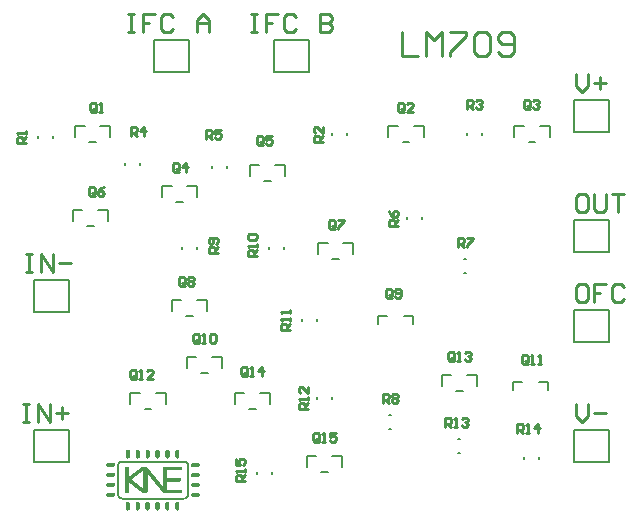
<source format=gto>
G04*
G04 #@! TF.GenerationSoftware,Altium Limited,Altium Designer,23.3.1 (30)*
G04*
G04 Layer_Color=65535*
%FSLAX25Y25*%
%MOIN*%
G70*
G04*
G04 #@! TF.SameCoordinates,585462AD-BF79-4466-854D-63341AC199BE*
G04*
G04*
G04 #@! TF.FilePolarity,Positive*
G04*
G01*
G75*
%ADD10C,0.00787*%
%ADD11C,0.01000*%
G36*
X312237Y218770D02*
X312326D01*
Y218741D01*
X312385D01*
Y218711D01*
X312444D01*
Y218682D01*
X312474D01*
Y218652D01*
X312533D01*
Y218622D01*
X312563D01*
Y218593D01*
X312593D01*
Y218533D01*
X312622D01*
Y218504D01*
X312652D01*
Y218444D01*
X312682D01*
Y218385D01*
X312711D01*
Y218326D01*
X312741D01*
Y217111D01*
Y217081D01*
Y216311D01*
X312711D01*
Y216222D01*
X312682D01*
Y216163D01*
X312652D01*
Y216133D01*
X312622D01*
Y216074D01*
X312593D01*
Y216044D01*
X312563D01*
Y216015D01*
X312533D01*
Y215985D01*
X312504D01*
Y215956D01*
X312444D01*
Y215926D01*
X312415D01*
Y215896D01*
X312355D01*
Y215867D01*
X312267D01*
Y215837D01*
X312119D01*
Y215807D01*
X312030D01*
Y215837D01*
X311852D01*
Y215867D01*
X311793D01*
Y215896D01*
X311733D01*
Y215926D01*
X311674D01*
Y215956D01*
X311644D01*
Y215985D01*
X311615D01*
Y216015D01*
X311585D01*
Y216044D01*
X311556D01*
Y216074D01*
X311526D01*
Y216104D01*
X311496D01*
Y216133D01*
X311467D01*
Y216193D01*
X311437D01*
Y216282D01*
X311407D01*
Y216370D01*
X311378D01*
Y218267D01*
X311407D01*
Y218356D01*
X311437D01*
Y218415D01*
X311467D01*
Y218474D01*
X311496D01*
Y218533D01*
X311526D01*
Y218563D01*
X311556D01*
Y218593D01*
X311585D01*
Y218622D01*
X311615D01*
Y218652D01*
X311644D01*
Y218682D01*
X311674D01*
Y218711D01*
X311733D01*
Y218741D01*
X311793D01*
Y218770D01*
X311881D01*
Y218800D01*
X312237D01*
Y218770D01*
D02*
G37*
G36*
X308889D02*
X309007D01*
Y218741D01*
X309067D01*
Y218711D01*
X309096D01*
Y218682D01*
X309156D01*
Y218652D01*
X309185D01*
Y218622D01*
X309215D01*
Y218593D01*
X309244D01*
Y218563D01*
X309274D01*
Y218533D01*
X309304D01*
Y218474D01*
X309333D01*
Y218415D01*
X309363D01*
Y218356D01*
X309393D01*
Y218237D01*
X309422D01*
Y216400D01*
X309393D01*
Y216282D01*
X309363D01*
Y216193D01*
X309333D01*
Y216163D01*
X309304D01*
Y216104D01*
X309274D01*
Y216074D01*
X309244D01*
Y216044D01*
X309215D01*
Y216015D01*
X309185D01*
Y215985D01*
X309156D01*
Y215956D01*
X309126D01*
Y215926D01*
X309067D01*
Y215896D01*
X309007D01*
Y215867D01*
X308918D01*
Y215837D01*
X308770D01*
Y215807D01*
X308711D01*
Y215837D01*
X308533D01*
Y215867D01*
X308444D01*
Y215896D01*
X308385D01*
Y215926D01*
X308355D01*
Y215956D01*
X308296D01*
Y215985D01*
X308267D01*
Y216015D01*
X308237D01*
Y216044D01*
X308207D01*
Y216074D01*
X308178D01*
Y216133D01*
X308148D01*
Y216163D01*
X308119D01*
Y216222D01*
X308089D01*
Y216311D01*
X308059D01*
Y216518D01*
X308030D01*
Y218000D01*
X308059D01*
Y218030D01*
X308030D01*
Y218119D01*
X308059D01*
Y218326D01*
X308089D01*
Y218385D01*
X308119D01*
Y218474D01*
X308148D01*
Y218504D01*
X308178D01*
Y218533D01*
X308207D01*
Y218593D01*
X308237D01*
Y218622D01*
X308267D01*
Y218652D01*
X308326D01*
Y218682D01*
X308355D01*
Y218711D01*
X308415D01*
Y218741D01*
X308474D01*
Y218770D01*
X308563D01*
Y218800D01*
X308889D01*
Y218770D01*
D02*
G37*
G36*
X305600D02*
X305718D01*
Y218741D01*
X305778D01*
Y218711D01*
X305807D01*
Y218682D01*
X305867D01*
Y218652D01*
X305896D01*
Y218622D01*
X305926D01*
Y218593D01*
X305956D01*
Y218563D01*
X305985D01*
Y218533D01*
X306015D01*
Y218474D01*
X306044D01*
Y218415D01*
X306074D01*
Y218326D01*
X306104D01*
Y218237D01*
X306133D01*
Y216400D01*
X306104D01*
Y216282D01*
X306074D01*
Y216222D01*
X306044D01*
Y216163D01*
X306015D01*
Y216104D01*
X305985D01*
Y216074D01*
X305956D01*
Y216044D01*
X305926D01*
Y216015D01*
X305896D01*
Y215985D01*
X305867D01*
Y215956D01*
X305837D01*
Y215926D01*
X305778D01*
Y215896D01*
X305718D01*
Y215867D01*
X305630D01*
Y215837D01*
X305482D01*
Y215807D01*
X305422D01*
Y215837D01*
X305244D01*
Y215867D01*
X305155D01*
Y215896D01*
X305096D01*
Y215926D01*
X305037D01*
Y215956D01*
X305007D01*
Y215985D01*
X304978D01*
Y216015D01*
X304948D01*
Y216044D01*
X304919D01*
Y216074D01*
X304889D01*
Y216104D01*
X304859D01*
Y216163D01*
X304830D01*
Y216222D01*
X304800D01*
Y216282D01*
X304770D01*
Y216430D01*
X304741D01*
Y216726D01*
Y216756D01*
Y218207D01*
X304770D01*
Y218326D01*
X304800D01*
Y218415D01*
X304830D01*
Y218474D01*
X304859D01*
Y218504D01*
X304889D01*
Y218563D01*
X304919D01*
Y218593D01*
X304948D01*
Y218622D01*
X304978D01*
Y218652D01*
X305007D01*
Y218682D01*
X305067D01*
Y218711D01*
X305126D01*
Y218741D01*
X305185D01*
Y218770D01*
X305244D01*
Y218800D01*
X305600D01*
Y218770D01*
D02*
G37*
G36*
X302311D02*
X302370D01*
Y218741D01*
X302459D01*
Y218711D01*
X302489D01*
Y218682D01*
X302548D01*
Y218652D01*
X302578D01*
Y218622D01*
X302607D01*
Y218593D01*
X302637D01*
Y218563D01*
X302667D01*
Y218504D01*
X302696D01*
Y218444D01*
X302726D01*
Y218385D01*
X302755D01*
Y218326D01*
X302785D01*
Y216311D01*
X302755D01*
Y216222D01*
X302726D01*
Y216163D01*
X302696D01*
Y216133D01*
X302667D01*
Y216074D01*
X302637D01*
Y216044D01*
X302607D01*
Y216015D01*
X302578D01*
Y215985D01*
X302548D01*
Y215956D01*
X302519D01*
Y215926D01*
X302459D01*
Y215896D01*
X302400D01*
Y215867D01*
X302341D01*
Y215837D01*
X302193D01*
Y215807D01*
X302015D01*
Y215837D01*
X301896D01*
Y215867D01*
X301807D01*
Y215896D01*
X301748D01*
Y215926D01*
X301689D01*
Y215956D01*
X301659D01*
Y215985D01*
X301630D01*
Y216015D01*
X301600D01*
Y216044D01*
X301570D01*
Y216074D01*
X301541D01*
Y216133D01*
X301511D01*
Y216163D01*
X301482D01*
Y216222D01*
X301452D01*
Y216311D01*
X301422D01*
Y218296D01*
X301452D01*
Y218385D01*
X301482D01*
Y218474D01*
X301511D01*
Y218504D01*
X301541D01*
Y218563D01*
X301570D01*
Y218593D01*
X301600D01*
Y218622D01*
X301630D01*
Y218652D01*
X301689D01*
Y218682D01*
X301718D01*
Y218711D01*
X301748D01*
Y218741D01*
X301807D01*
Y218770D01*
X301896D01*
Y218800D01*
X302311D01*
Y218770D01*
D02*
G37*
G36*
X299022D02*
X299111D01*
Y218741D01*
X299170D01*
Y218711D01*
X299230D01*
Y218682D01*
X299259D01*
Y218652D01*
X299319D01*
Y218622D01*
X299348D01*
Y218593D01*
X299378D01*
Y218533D01*
X299407D01*
Y218504D01*
X299437D01*
Y218444D01*
X299467D01*
Y218385D01*
X299496D01*
Y218296D01*
X299526D01*
Y216341D01*
X299496D01*
Y216222D01*
X299467D01*
Y216193D01*
X299437D01*
Y216133D01*
X299407D01*
Y216074D01*
X299378D01*
Y216044D01*
X299348D01*
Y216015D01*
X299319D01*
Y215985D01*
X299289D01*
Y215956D01*
X299230D01*
Y215926D01*
X299200D01*
Y215896D01*
X299141D01*
Y215867D01*
X299052D01*
Y215837D01*
X298933D01*
Y215807D01*
X298756D01*
Y215837D01*
X298637D01*
Y215867D01*
X298548D01*
Y215896D01*
X298489D01*
Y215926D01*
X298459D01*
Y215956D01*
X298400D01*
Y215985D01*
X298370D01*
Y216015D01*
X298341D01*
Y216044D01*
X298311D01*
Y216104D01*
X298282D01*
Y216133D01*
X298252D01*
Y216193D01*
X298222D01*
Y216252D01*
X298193D01*
Y216341D01*
X298163D01*
Y218296D01*
X298193D01*
Y218326D01*
Y218356D01*
Y218385D01*
X298222D01*
Y218444D01*
X298252D01*
Y218504D01*
X298282D01*
Y218533D01*
X298311D01*
Y218563D01*
X298341D01*
Y218593D01*
X298370D01*
Y218652D01*
X298430D01*
Y218682D01*
X298459D01*
Y218711D01*
X298518D01*
Y218741D01*
X298578D01*
Y218770D01*
X298667D01*
Y218800D01*
X299022D01*
Y218770D01*
D02*
G37*
G36*
X295704D02*
X295793D01*
Y218741D01*
X295852D01*
Y218711D01*
X295911D01*
Y218682D01*
X295941D01*
Y218652D01*
X295970D01*
Y218622D01*
X296000D01*
Y218593D01*
X296030D01*
Y218563D01*
X296059D01*
Y218533D01*
X296089D01*
Y218474D01*
X296118D01*
Y218444D01*
X296148D01*
Y218356D01*
X296178D01*
Y218237D01*
X296207D01*
Y216370D01*
X296178D01*
Y216282D01*
X296148D01*
Y216193D01*
X296118D01*
Y216133D01*
X296089D01*
Y216104D01*
X296059D01*
Y216044D01*
X296030D01*
Y216015D01*
X296000D01*
Y215985D01*
X295941D01*
Y215956D01*
X295911D01*
Y215926D01*
X295852D01*
Y215896D01*
X295822D01*
Y215867D01*
X295733D01*
Y215837D01*
X295615D01*
Y215807D01*
X295407D01*
Y215837D01*
X295289D01*
Y215867D01*
X295200D01*
Y215896D01*
X295141D01*
Y215926D01*
X295111D01*
Y215956D01*
X295081D01*
Y215985D01*
X295022D01*
Y216015D01*
X294993D01*
Y216044D01*
X294963D01*
Y216104D01*
X294933D01*
Y216133D01*
X294904D01*
Y216193D01*
X294874D01*
Y216252D01*
X294844D01*
Y216370D01*
X294815D01*
Y218267D01*
X294844D01*
Y218356D01*
X294874D01*
Y218415D01*
Y218444D01*
X294904D01*
Y218474D01*
X294933D01*
Y218533D01*
X294963D01*
Y218563D01*
X294993D01*
Y218593D01*
X295022D01*
Y218622D01*
X295052D01*
Y218652D01*
X295081D01*
Y218682D01*
X295111D01*
Y218711D01*
X295170D01*
Y218741D01*
X295230D01*
Y218770D01*
X295319D01*
Y218800D01*
X295704D01*
Y218770D01*
D02*
G37*
G36*
X290815Y214415D02*
X290904D01*
Y214385D01*
X290963D01*
Y214356D01*
X290993D01*
Y214326D01*
X291052D01*
Y214296D01*
X291082D01*
Y214267D01*
X291111D01*
Y214237D01*
X291141D01*
Y214207D01*
X291170D01*
Y214148D01*
X291200D01*
Y214119D01*
X291230D01*
Y214059D01*
X291259D01*
Y213970D01*
X291289D01*
Y213822D01*
X291318D01*
Y213704D01*
X291289D01*
Y213556D01*
X291259D01*
Y213467D01*
X291230D01*
Y213437D01*
X291200D01*
Y213378D01*
X291170D01*
Y213348D01*
X291141D01*
Y213289D01*
X291111D01*
Y213259D01*
X291082D01*
Y213230D01*
X291022D01*
Y213200D01*
X290993D01*
Y213170D01*
X290933D01*
Y213141D01*
X290874D01*
Y213111D01*
X290785D01*
Y213082D01*
X288830D01*
Y213111D01*
X288741D01*
Y213141D01*
X288682D01*
Y213170D01*
X288622D01*
Y213200D01*
X288593D01*
Y213230D01*
X288563D01*
Y213259D01*
X288533D01*
Y213289D01*
X288504D01*
Y213318D01*
X288474D01*
Y213348D01*
X288444D01*
Y213378D01*
X288415D01*
Y213437D01*
X288385D01*
Y213496D01*
X288355D01*
Y213585D01*
X288326D01*
Y213970D01*
X288355D01*
Y214030D01*
X288385D01*
Y214089D01*
X288415D01*
Y214148D01*
X288444D01*
Y214207D01*
X288474D01*
Y214237D01*
X288504D01*
Y214267D01*
X288533D01*
Y214296D01*
X288593D01*
Y214326D01*
X288622D01*
Y214356D01*
X288682D01*
Y214385D01*
X288741D01*
Y214415D01*
X288800D01*
Y214444D01*
X290815D01*
Y214415D01*
D02*
G37*
G36*
X318993Y214296D02*
X319111D01*
Y214267D01*
X319170D01*
Y214237D01*
X319230D01*
Y214207D01*
X319289D01*
Y214178D01*
X319319D01*
Y214148D01*
X319348D01*
Y214119D01*
X319378D01*
Y214089D01*
X319407D01*
Y214059D01*
X319437D01*
Y214000D01*
X319467D01*
Y213970D01*
X319496D01*
Y213911D01*
X319526D01*
Y213793D01*
X319555D01*
Y213467D01*
X319526D01*
Y213378D01*
X319496D01*
Y213318D01*
X319467D01*
Y213259D01*
X319437D01*
Y213230D01*
X319407D01*
Y213170D01*
X319378D01*
Y213141D01*
X319348D01*
Y213111D01*
X319319D01*
Y213082D01*
X319259D01*
Y213052D01*
X319230D01*
Y213022D01*
X319170D01*
Y212993D01*
X319081D01*
Y212963D01*
X318933D01*
Y212933D01*
X317215D01*
Y212963D01*
X317067D01*
Y212993D01*
X316978D01*
Y213022D01*
X316918D01*
Y213052D01*
X316859D01*
Y213082D01*
X316830D01*
Y213111D01*
X316800D01*
Y213141D01*
X316770D01*
Y213170D01*
X316741D01*
Y213200D01*
X316711D01*
Y213259D01*
X316682D01*
Y213289D01*
X316652D01*
Y213348D01*
X316622D01*
Y213437D01*
X316593D01*
Y213585D01*
X316563D01*
Y213674D01*
X316593D01*
Y213822D01*
X316622D01*
Y213911D01*
X316652D01*
Y213970D01*
X316682D01*
Y214030D01*
X316711D01*
Y214059D01*
X316741D01*
Y214089D01*
X316770D01*
Y214119D01*
X316800D01*
Y214148D01*
X316830D01*
Y214178D01*
X316859D01*
Y214207D01*
X316918D01*
Y214237D01*
X316978D01*
Y214267D01*
X317037D01*
Y214296D01*
X317156D01*
Y214326D01*
X318993D01*
Y214296D01*
D02*
G37*
G36*
X290726Y211096D02*
X290844D01*
Y211067D01*
X290904D01*
Y211037D01*
X290963D01*
Y211007D01*
X291022D01*
Y210978D01*
X291052D01*
Y210948D01*
X291082D01*
Y210918D01*
X291111D01*
Y210889D01*
X291141D01*
Y210859D01*
X291170D01*
Y210830D01*
X291200D01*
Y210770D01*
X291230D01*
Y210711D01*
X291259D01*
Y210652D01*
X291289D01*
Y210474D01*
X291318D01*
Y210385D01*
X291289D01*
Y210237D01*
X291259D01*
Y210148D01*
X291230D01*
Y210089D01*
X291200D01*
Y210030D01*
X291170D01*
Y210000D01*
X291141D01*
Y209970D01*
X291111D01*
Y209941D01*
X291082D01*
Y209911D01*
X291052D01*
Y209881D01*
X291022D01*
Y209852D01*
X290963D01*
Y209822D01*
X290904D01*
Y209793D01*
X290815D01*
Y209763D01*
X290667D01*
Y209733D01*
X288948D01*
Y209763D01*
X288800D01*
Y209793D01*
X288711D01*
Y209822D01*
X288652D01*
Y209852D01*
X288622D01*
Y209881D01*
X288563D01*
Y209911D01*
X288533D01*
Y209941D01*
X288504D01*
Y209970D01*
X288474D01*
Y210030D01*
X288444D01*
Y210059D01*
X288415D01*
Y210119D01*
X288385D01*
Y210178D01*
X288355D01*
Y210267D01*
X288326D01*
Y210593D01*
X288355D01*
Y210711D01*
X288385D01*
Y210770D01*
X288415D01*
Y210800D01*
X288444D01*
Y210859D01*
X288474D01*
Y210889D01*
X288504D01*
Y210918D01*
X288533D01*
Y210948D01*
X288563D01*
Y210978D01*
X288593D01*
Y211007D01*
X288652D01*
Y211037D01*
X288711D01*
Y211067D01*
X288770D01*
Y211096D01*
X288889D01*
Y211126D01*
X290726D01*
Y211096D01*
D02*
G37*
G36*
X319081Y210948D02*
X319141D01*
Y210918D01*
X319200D01*
Y210889D01*
X319259D01*
Y210859D01*
X319289D01*
Y210830D01*
X319348D01*
Y210800D01*
X319378D01*
Y210770D01*
X319407D01*
Y210711D01*
X319437D01*
Y210682D01*
X319467D01*
Y210622D01*
X319496D01*
Y210563D01*
X319526D01*
Y210474D01*
X319555D01*
Y210119D01*
X319526D01*
Y210030D01*
X319496D01*
Y209970D01*
X319467D01*
Y209911D01*
X319437D01*
Y209881D01*
X319407D01*
Y209852D01*
X319378D01*
Y209793D01*
X319319D01*
Y209763D01*
X319289D01*
Y209733D01*
X319259D01*
Y209704D01*
X319200D01*
Y209674D01*
X319141D01*
Y209645D01*
X319052D01*
Y209615D01*
X317096D01*
Y209645D01*
X317007D01*
Y209674D01*
X316948D01*
Y209704D01*
X316889D01*
Y209733D01*
X316859D01*
Y209763D01*
X316800D01*
Y209793D01*
X316770D01*
Y209822D01*
X316741D01*
Y209852D01*
X316711D01*
Y209911D01*
X316682D01*
Y209941D01*
X316652D01*
Y210000D01*
X316622D01*
Y210089D01*
X316593D01*
Y210237D01*
X316563D01*
Y210356D01*
X316593D01*
Y210504D01*
X316622D01*
Y210593D01*
X316652D01*
Y210652D01*
X316682D01*
Y210682D01*
X316711D01*
Y210741D01*
X316741D01*
Y210770D01*
X316770D01*
Y210800D01*
X316800D01*
Y210830D01*
X316830D01*
Y210859D01*
X316889D01*
Y210889D01*
X316918D01*
Y210918D01*
X316978D01*
Y210948D01*
X317067D01*
Y210978D01*
X319081D01*
Y210948D01*
D02*
G37*
G36*
X290696Y207807D02*
X290844D01*
Y207778D01*
X290904D01*
Y207748D01*
X290963D01*
Y207718D01*
X291022D01*
Y207689D01*
X291052D01*
Y207659D01*
X291082D01*
Y207630D01*
X291111D01*
Y207600D01*
X291141D01*
Y207570D01*
X291170D01*
Y207541D01*
X291200D01*
Y207482D01*
X291230D01*
Y207422D01*
X291259D01*
Y207333D01*
X291289D01*
Y207156D01*
X291318D01*
Y207096D01*
X291289D01*
Y206948D01*
X291259D01*
Y206859D01*
X291230D01*
Y206800D01*
X291200D01*
Y206741D01*
X291170D01*
Y206711D01*
X291141D01*
Y206681D01*
X291111D01*
Y206652D01*
X291082D01*
Y206622D01*
X291052D01*
Y206593D01*
X291022D01*
Y206563D01*
X290963D01*
Y206533D01*
X290904D01*
Y206504D01*
X290844D01*
Y206474D01*
X290726D01*
Y206445D01*
X288889D01*
Y206474D01*
X288770D01*
Y206504D01*
X288711D01*
Y206533D01*
X288652D01*
Y206563D01*
X288593D01*
Y206593D01*
X288563D01*
Y206622D01*
X288533D01*
Y206652D01*
X288504D01*
Y206681D01*
X288474D01*
Y206711D01*
X288444D01*
Y206770D01*
X288415D01*
Y206800D01*
X288385D01*
Y206859D01*
X288355D01*
Y206978D01*
X288326D01*
Y207333D01*
X288355D01*
Y207393D01*
X288385D01*
Y207452D01*
X288415D01*
Y207511D01*
X288444D01*
Y207570D01*
X288474D01*
Y207600D01*
X288504D01*
Y207630D01*
X288533D01*
Y207659D01*
X288563D01*
Y207689D01*
X288622D01*
Y207718D01*
X288652D01*
Y207748D01*
X288711D01*
Y207778D01*
X288800D01*
Y207807D01*
X288918D01*
Y207837D01*
X290696D01*
Y207807D01*
D02*
G37*
G36*
X319052Y207659D02*
X319141D01*
Y207630D01*
X319200D01*
Y207600D01*
X319259D01*
Y207570D01*
X319289D01*
Y207541D01*
X319319D01*
Y207511D01*
X319348D01*
Y207482D01*
X319378D01*
Y207452D01*
X319407D01*
Y207422D01*
X319437D01*
Y207393D01*
X319467D01*
Y207333D01*
X319496D01*
Y207274D01*
X319526D01*
Y207185D01*
X319555D01*
Y206830D01*
X319526D01*
Y206741D01*
X319496D01*
Y206681D01*
X319467D01*
Y206622D01*
X319437D01*
Y206593D01*
X319407D01*
Y206533D01*
X319378D01*
Y206504D01*
X319348D01*
Y206474D01*
X319289D01*
Y206445D01*
X319259D01*
Y206415D01*
X319200D01*
Y206385D01*
X319141D01*
Y206356D01*
X319081D01*
Y206326D01*
X317096D01*
Y206356D01*
X316978D01*
Y206385D01*
X316918D01*
Y206415D01*
X316889D01*
Y206445D01*
X316830D01*
Y206474D01*
X316800D01*
Y206504D01*
X316770D01*
Y206533D01*
X316741D01*
Y206563D01*
X316711D01*
Y206622D01*
X316682D01*
Y206652D01*
X316652D01*
Y206711D01*
X316622D01*
Y206800D01*
X316593D01*
Y206948D01*
X316563D01*
Y207096D01*
X316593D01*
Y207215D01*
X316622D01*
Y207304D01*
X316652D01*
Y207363D01*
X316682D01*
Y207393D01*
X316711D01*
Y207452D01*
X316741D01*
Y207482D01*
X316770D01*
Y207511D01*
X316800D01*
Y207541D01*
X316859D01*
Y207570D01*
X316889D01*
Y207600D01*
X316948D01*
Y207630D01*
X317007D01*
Y207659D01*
X317096D01*
Y207689D01*
X319052D01*
Y207659D01*
D02*
G37*
G36*
X290815Y204459D02*
X290874D01*
Y204430D01*
X290963D01*
Y204400D01*
X290993D01*
Y204370D01*
X291052D01*
Y204341D01*
X291082D01*
Y204311D01*
X291111D01*
Y204281D01*
X291141D01*
Y204252D01*
X291170D01*
Y204193D01*
X291200D01*
Y204163D01*
X291230D01*
Y204104D01*
X291259D01*
Y204015D01*
X291289D01*
Y203896D01*
X291318D01*
Y203718D01*
X291289D01*
Y203570D01*
X291259D01*
Y203511D01*
X291230D01*
Y203452D01*
X291200D01*
Y203393D01*
X291170D01*
Y203363D01*
X291141D01*
Y203333D01*
X291111D01*
Y203304D01*
X291082D01*
Y203274D01*
X291052D01*
Y203244D01*
X291022D01*
Y203215D01*
X290963D01*
Y203185D01*
X290904D01*
Y203156D01*
X290815D01*
Y203126D01*
X290578D01*
Y203096D01*
X289037D01*
Y203126D01*
X288800D01*
Y203156D01*
X288711D01*
Y203185D01*
X288652D01*
Y203215D01*
X288622D01*
Y203244D01*
X288563D01*
Y203274D01*
X288533D01*
Y203304D01*
X288504D01*
Y203333D01*
X288474D01*
Y203363D01*
X288444D01*
Y203422D01*
X288415D01*
Y203452D01*
X288385D01*
Y203511D01*
X288355D01*
Y203600D01*
X288326D01*
Y204015D01*
X288355D01*
Y204074D01*
X288385D01*
Y204163D01*
X288415D01*
Y204193D01*
X288444D01*
Y204222D01*
X288474D01*
Y204281D01*
X288504D01*
Y204311D01*
X288533D01*
Y204341D01*
X288593D01*
Y204370D01*
X288622D01*
Y204400D01*
X288682D01*
Y204430D01*
X288741D01*
Y204459D01*
X288830D01*
Y204489D01*
X290815D01*
Y204459D01*
D02*
G37*
G36*
X318993Y204341D02*
X319111D01*
Y204311D01*
X319170D01*
Y204281D01*
X319230D01*
Y204252D01*
X319289D01*
Y204222D01*
X319319D01*
Y204193D01*
X319348D01*
Y204163D01*
X319378D01*
Y204133D01*
X319407D01*
Y204104D01*
X319437D01*
Y204074D01*
X319467D01*
Y204015D01*
X319496D01*
Y203956D01*
X319526D01*
Y203867D01*
X319555D01*
Y203482D01*
X319526D01*
Y203393D01*
X319496D01*
Y203333D01*
X319467D01*
Y203274D01*
X319437D01*
Y203244D01*
X319407D01*
Y203215D01*
X319378D01*
Y203185D01*
X319348D01*
Y203156D01*
X319319D01*
Y203126D01*
X319289D01*
Y203096D01*
X319230D01*
Y203067D01*
X319200D01*
Y203037D01*
X319111D01*
Y203007D01*
X319022D01*
Y202978D01*
X317126D01*
Y203007D01*
X317007D01*
Y203037D01*
X316948D01*
Y203067D01*
X316889D01*
Y203096D01*
X316859D01*
Y203126D01*
X316830D01*
Y203156D01*
X316770D01*
Y203185D01*
X316741D01*
Y203244D01*
X316711D01*
Y203274D01*
X316682D01*
Y203304D01*
X316652D01*
Y203363D01*
X316622D01*
Y203452D01*
X316593D01*
Y203570D01*
X316563D01*
Y203778D01*
X316593D01*
Y203896D01*
X316622D01*
Y203956D01*
X316652D01*
Y204015D01*
X316682D01*
Y204074D01*
X316711D01*
Y204104D01*
X316741D01*
Y204133D01*
X316770D01*
Y204163D01*
X316800D01*
Y204193D01*
X316830D01*
Y204222D01*
X316859D01*
Y204252D01*
X316918D01*
Y204281D01*
X316978D01*
Y204311D01*
X317037D01*
Y204341D01*
X317156D01*
Y204370D01*
X318993D01*
Y204341D01*
D02*
G37*
G36*
X314370Y215096D02*
X314548D01*
Y215067D01*
X314667D01*
Y215037D01*
X314756D01*
Y215007D01*
X314844D01*
Y214978D01*
X314904D01*
Y214948D01*
X314963D01*
Y214918D01*
X315022D01*
Y214889D01*
X315082D01*
Y214859D01*
X315141D01*
Y214830D01*
X315170D01*
Y214800D01*
X315230D01*
Y214770D01*
X315259D01*
Y214741D01*
X315289D01*
Y214711D01*
X315348D01*
Y214682D01*
X315378D01*
Y214652D01*
X315407D01*
Y214622D01*
X315437D01*
Y214593D01*
X315467D01*
Y214563D01*
X315496D01*
Y214533D01*
X315526D01*
Y214504D01*
X315556D01*
Y214444D01*
X315585D01*
Y214415D01*
X315615D01*
Y214385D01*
X315644D01*
Y214326D01*
X315674D01*
Y214296D01*
X315704D01*
Y214237D01*
X315733D01*
Y214207D01*
X315763D01*
Y214148D01*
X315793D01*
Y214089D01*
X315822D01*
Y214000D01*
X315852D01*
Y213941D01*
X315881D01*
Y213852D01*
X315911D01*
Y213733D01*
X315941D01*
Y213585D01*
X315970D01*
Y203718D01*
X315941D01*
Y203570D01*
X315911D01*
Y203452D01*
X315881D01*
Y203363D01*
X315852D01*
Y203304D01*
X315822D01*
Y203215D01*
X315793D01*
Y203156D01*
X315763D01*
Y203096D01*
X315733D01*
Y203067D01*
X315704D01*
Y203007D01*
X315674D01*
Y202978D01*
X315644D01*
Y202919D01*
X315615D01*
Y202889D01*
X315585D01*
Y202859D01*
X315556D01*
Y202800D01*
X315526D01*
Y202770D01*
X315496D01*
Y202741D01*
X315467D01*
Y202711D01*
X315437D01*
Y202681D01*
X315407D01*
Y202652D01*
X315378D01*
Y202622D01*
X315348D01*
Y202593D01*
X315289D01*
Y202563D01*
X315259D01*
Y202533D01*
X315230D01*
Y202504D01*
X315170D01*
Y202474D01*
X315141D01*
Y202445D01*
X315082D01*
Y202415D01*
X315022D01*
Y202385D01*
X314963D01*
Y202356D01*
X314904D01*
Y202326D01*
X314844D01*
Y202296D01*
X314756D01*
Y202267D01*
X314667D01*
Y202237D01*
X314548D01*
Y202207D01*
X314370D01*
Y202178D01*
X293511D01*
Y202207D01*
X293333D01*
Y202237D01*
X293215D01*
Y202267D01*
X293126D01*
Y202296D01*
X293037D01*
Y202326D01*
X292978D01*
Y202356D01*
X292918D01*
Y202385D01*
X292859D01*
Y202415D01*
X292800D01*
Y202445D01*
X292741D01*
Y202474D01*
X292711D01*
Y202504D01*
X292652D01*
Y202533D01*
X292622D01*
Y202563D01*
X292593D01*
Y202593D01*
X292533D01*
Y202622D01*
X292504D01*
Y202652D01*
X292474D01*
Y202681D01*
X292444D01*
Y202711D01*
X292415D01*
Y202741D01*
X292385D01*
Y202770D01*
X292355D01*
Y202800D01*
X292326D01*
Y202859D01*
X292296D01*
Y202889D01*
X292267D01*
Y202919D01*
X292237D01*
Y202978D01*
X292207D01*
Y203007D01*
X292178D01*
Y203067D01*
X292148D01*
Y203096D01*
X292119D01*
Y203156D01*
X292089D01*
Y203215D01*
X292059D01*
Y203304D01*
X292030D01*
Y203363D01*
X292000D01*
Y203452D01*
X291970D01*
Y203570D01*
X291941D01*
Y203718D01*
X291911D01*
Y213585D01*
X291941D01*
Y213733D01*
X291970D01*
Y213852D01*
X292000D01*
Y213941D01*
X292030D01*
Y214000D01*
X292059D01*
Y214089D01*
X292089D01*
Y214148D01*
X292119D01*
Y214207D01*
X292148D01*
Y214237D01*
X292178D01*
Y214296D01*
X292207D01*
Y214326D01*
X292237D01*
Y214385D01*
X292267D01*
Y214415D01*
X292296D01*
Y214444D01*
X292326D01*
Y214504D01*
X292355D01*
Y214533D01*
X292385D01*
Y214563D01*
X292415D01*
Y214593D01*
X292444D01*
Y214622D01*
X292474D01*
Y214652D01*
X292504D01*
Y214682D01*
X292533D01*
Y214711D01*
X292593D01*
Y214741D01*
X292622D01*
Y214770D01*
X292652D01*
Y214800D01*
X292711D01*
Y214830D01*
X292741D01*
Y214859D01*
X292800D01*
Y214889D01*
X292859D01*
Y214918D01*
X292918D01*
Y214948D01*
X292978D01*
Y214978D01*
X293037D01*
Y215007D01*
X293126D01*
Y215037D01*
X293215D01*
Y215067D01*
X293333D01*
Y215096D01*
X293511D01*
Y215126D01*
X314370D01*
Y215096D01*
D02*
G37*
G36*
X312119Y201467D02*
X312237D01*
Y201437D01*
X312326D01*
Y201407D01*
X312385D01*
Y201378D01*
X312444D01*
Y201348D01*
X312474D01*
Y201319D01*
X312504D01*
Y201289D01*
X312533D01*
Y201259D01*
X312563D01*
Y201230D01*
X312593D01*
Y201170D01*
X312622D01*
Y201141D01*
X312652D01*
Y201081D01*
X312682D01*
Y200993D01*
X312711D01*
Y198978D01*
X312682D01*
Y198918D01*
X312652D01*
Y198859D01*
X312622D01*
Y198800D01*
X312593D01*
Y198770D01*
X312563D01*
Y198711D01*
X312533D01*
Y198681D01*
X312504D01*
Y198652D01*
X312474D01*
Y198622D01*
X312415D01*
Y198593D01*
X312355D01*
Y198563D01*
X312296D01*
Y198533D01*
X312207D01*
Y198504D01*
X311852D01*
Y198533D01*
X311763D01*
Y198563D01*
X311704D01*
Y198593D01*
X311644D01*
Y198622D01*
X311615D01*
Y198652D01*
X311585D01*
Y198681D01*
X311556D01*
Y198711D01*
X311526D01*
Y198741D01*
X311496D01*
Y198770D01*
X311467D01*
Y198800D01*
X311437D01*
Y198859D01*
X311407D01*
Y198918D01*
X311378D01*
Y199037D01*
X311348D01*
Y200963D01*
X311378D01*
Y201052D01*
X311407D01*
Y201111D01*
X311437D01*
Y201170D01*
X311467D01*
Y201200D01*
X311496D01*
Y201259D01*
X311526D01*
Y201289D01*
X311556D01*
Y201319D01*
X311615D01*
Y201348D01*
X311644D01*
Y201378D01*
X311674D01*
Y201407D01*
X311733D01*
Y201437D01*
X311822D01*
Y201467D01*
X311970D01*
Y201496D01*
X312119D01*
Y201467D01*
D02*
G37*
G36*
X308741D02*
X308889D01*
Y201437D01*
X308978D01*
Y201407D01*
X309037D01*
Y201378D01*
X309096D01*
Y201348D01*
X309126D01*
Y201319D01*
X309156D01*
Y201289D01*
X309185D01*
Y201259D01*
X309215D01*
Y201230D01*
X309244D01*
Y201200D01*
X309274D01*
Y201141D01*
X309304D01*
Y201081D01*
X309333D01*
Y201022D01*
X309363D01*
Y200933D01*
X309393D01*
Y199067D01*
X309363D01*
Y198948D01*
X309333D01*
Y198889D01*
X309304D01*
Y198830D01*
X309274D01*
Y198770D01*
X309244D01*
Y198741D01*
X309215D01*
Y198711D01*
X309185D01*
Y198681D01*
X309156D01*
Y198652D01*
X309126D01*
Y198622D01*
X309067D01*
Y198593D01*
X309037D01*
Y198563D01*
X308978D01*
Y198533D01*
X308859D01*
Y198504D01*
X308533D01*
Y198533D01*
X308444D01*
Y198563D01*
X308385D01*
Y198593D01*
X308326D01*
Y198622D01*
X308296D01*
Y198652D01*
X308237D01*
Y198681D01*
X308207D01*
Y198711D01*
X308178D01*
Y198741D01*
X308148D01*
Y198800D01*
X308119D01*
Y198830D01*
X308089D01*
Y198889D01*
X308059D01*
Y198978D01*
X308030D01*
Y199156D01*
X308000D01*
Y200845D01*
X308030D01*
Y200993D01*
X308059D01*
Y201081D01*
X308089D01*
Y201141D01*
X308119D01*
Y201170D01*
X308148D01*
Y201230D01*
X308178D01*
Y201259D01*
X308207D01*
Y201289D01*
X308237D01*
Y201319D01*
X308267D01*
Y201348D01*
X308326D01*
Y201378D01*
X308355D01*
Y201407D01*
X308415D01*
Y201437D01*
X308504D01*
Y201467D01*
X308652D01*
Y201496D01*
X308741D01*
Y201467D01*
D02*
G37*
G36*
X305452D02*
X305600D01*
Y201437D01*
X305689D01*
Y201407D01*
X305748D01*
Y201378D01*
X305807D01*
Y201348D01*
X305837D01*
Y201319D01*
X305867D01*
Y201289D01*
X305896D01*
Y201259D01*
X305926D01*
Y201230D01*
X305956D01*
Y201200D01*
X305985D01*
Y201141D01*
X306015D01*
Y201081D01*
X306044D01*
Y201022D01*
X306074D01*
Y200874D01*
X306104D01*
Y199600D01*
Y199570D01*
Y199096D01*
X306074D01*
Y198978D01*
X306044D01*
Y198889D01*
X306015D01*
Y198830D01*
X305985D01*
Y198800D01*
X305956D01*
Y198741D01*
X305926D01*
Y198711D01*
X305896D01*
Y198681D01*
X305867D01*
Y198652D01*
X305837D01*
Y198622D01*
X305778D01*
Y198593D01*
X305718D01*
Y198563D01*
X305659D01*
Y198533D01*
X305570D01*
Y198504D01*
X305244D01*
Y198533D01*
X305155D01*
Y198563D01*
X305096D01*
Y198593D01*
X305037D01*
Y198622D01*
X304978D01*
Y198652D01*
X304948D01*
Y198681D01*
X304919D01*
Y198711D01*
X304889D01*
Y198741D01*
X304859D01*
Y198800D01*
X304830D01*
Y198830D01*
X304800D01*
Y198889D01*
X304770D01*
Y198978D01*
X304741D01*
Y199096D01*
X304711D01*
Y200874D01*
X304741D01*
Y201022D01*
X304770D01*
Y201081D01*
X304800D01*
Y201141D01*
X304830D01*
Y201200D01*
X304859D01*
Y201230D01*
X304889D01*
Y201259D01*
X304919D01*
Y201289D01*
X304948D01*
Y201319D01*
X304978D01*
Y201348D01*
X305007D01*
Y201378D01*
X305067D01*
Y201407D01*
X305126D01*
Y201437D01*
X305215D01*
Y201467D01*
X305363D01*
Y201496D01*
X305452D01*
Y201467D01*
D02*
G37*
G36*
X302163D02*
X302311D01*
Y201437D01*
X302370D01*
Y201407D01*
X302430D01*
Y201378D01*
X302489D01*
Y201348D01*
X302519D01*
Y201319D01*
X302548D01*
Y201289D01*
X302578D01*
Y201259D01*
X302607D01*
Y201230D01*
X302637D01*
Y201170D01*
X302667D01*
Y201141D01*
X302696D01*
Y201052D01*
X302726D01*
Y200993D01*
X302755D01*
Y199007D01*
X302726D01*
Y198918D01*
X302696D01*
Y198859D01*
X302667D01*
Y198800D01*
X302637D01*
Y198770D01*
X302607D01*
Y198711D01*
X302578D01*
Y198681D01*
X302548D01*
Y198652D01*
X302489D01*
Y198622D01*
X302459D01*
Y198593D01*
X302400D01*
Y198563D01*
X302341D01*
Y198533D01*
X302281D01*
Y198504D01*
X301867D01*
Y198533D01*
X301778D01*
Y198563D01*
X301718D01*
Y198593D01*
X301689D01*
Y198622D01*
X301630D01*
Y198652D01*
X301600D01*
Y198681D01*
X301570D01*
Y198711D01*
X301541D01*
Y198741D01*
X301511D01*
Y198800D01*
X301482D01*
Y198830D01*
X301452D01*
Y198918D01*
X301422D01*
Y198978D01*
X301393D01*
Y200222D01*
Y200252D01*
Y200993D01*
X301422D01*
Y201081D01*
X301452D01*
Y201141D01*
X301482D01*
Y201200D01*
X301511D01*
Y201230D01*
X301541D01*
Y201259D01*
X301570D01*
Y201289D01*
X301600D01*
Y201319D01*
X301630D01*
Y201348D01*
X301659D01*
Y201378D01*
X301718D01*
Y201407D01*
X301778D01*
Y201437D01*
X301837D01*
Y201467D01*
X301985D01*
Y201496D01*
X302163D01*
Y201467D01*
D02*
G37*
G36*
X298874D02*
X299022D01*
Y201437D01*
X299111D01*
Y201407D01*
X299170D01*
Y201378D01*
X299200D01*
Y201348D01*
X299259D01*
Y201319D01*
X299289D01*
Y201289D01*
X299319D01*
Y201259D01*
X299348D01*
Y201230D01*
X299378D01*
Y201170D01*
X299407D01*
Y201111D01*
X299437D01*
Y201052D01*
X299467D01*
Y200963D01*
X299496D01*
Y199007D01*
X299467D01*
Y198918D01*
X299437D01*
Y198859D01*
X299407D01*
Y198800D01*
X299378D01*
Y198770D01*
X299348D01*
Y198741D01*
X299319D01*
Y198681D01*
X299259D01*
Y198652D01*
X299230D01*
Y198622D01*
X299200D01*
Y198593D01*
X299141D01*
Y198563D01*
X299081D01*
Y198533D01*
X298993D01*
Y198504D01*
X298637D01*
Y198533D01*
X298548D01*
Y198563D01*
X298489D01*
Y198593D01*
X298430D01*
Y198622D01*
X298400D01*
Y198652D01*
X298370D01*
Y198681D01*
X298311D01*
Y198711D01*
X298282D01*
Y198770D01*
X298252D01*
Y198800D01*
X298222D01*
Y198859D01*
X298193D01*
Y198918D01*
X298163D01*
Y199007D01*
X298133D01*
Y200963D01*
X298163D01*
Y201052D01*
X298193D01*
Y201111D01*
X298222D01*
Y201170D01*
X298252D01*
Y201230D01*
X298282D01*
Y201259D01*
X298311D01*
Y201289D01*
X298341D01*
Y201319D01*
X298370D01*
Y201348D01*
X298430D01*
Y201378D01*
X298459D01*
Y201407D01*
X298518D01*
Y201437D01*
X298607D01*
Y201467D01*
X298756D01*
Y201496D01*
X298874D01*
Y201467D01*
D02*
G37*
G36*
X295585D02*
X295704D01*
Y201437D01*
X295793D01*
Y201407D01*
X295822D01*
Y201378D01*
X295882D01*
Y201348D01*
X295911D01*
Y201319D01*
X295941D01*
Y201289D01*
X295970D01*
Y201259D01*
X296000D01*
Y201230D01*
X296030D01*
Y201200D01*
X296059D01*
Y201170D01*
X296089D01*
Y201111D01*
X296118D01*
Y201022D01*
X296148D01*
Y200904D01*
X296178D01*
Y199067D01*
X296148D01*
Y198948D01*
X296118D01*
Y198889D01*
X296089D01*
Y198830D01*
X296059D01*
Y198770D01*
X296030D01*
Y198741D01*
X296000D01*
Y198711D01*
X295970D01*
Y198681D01*
X295941D01*
Y198652D01*
X295911D01*
Y198622D01*
X295882D01*
Y198593D01*
X295822D01*
Y198563D01*
X295763D01*
Y198533D01*
X295674D01*
Y198504D01*
X295289D01*
Y198533D01*
X295200D01*
Y198563D01*
X295141D01*
Y198593D01*
X295081D01*
Y198622D01*
X295052D01*
Y198652D01*
X295022D01*
Y198681D01*
X294993D01*
Y198711D01*
X294963D01*
Y198741D01*
X294933D01*
Y198770D01*
X294904D01*
Y198800D01*
X294874D01*
Y198859D01*
X294844D01*
Y198948D01*
X294815D01*
Y199037D01*
X294785D01*
Y200933D01*
X294815D01*
Y201052D01*
X294844D01*
Y201111D01*
X294874D01*
Y201170D01*
X294904D01*
Y201200D01*
X294933D01*
Y201259D01*
X294963D01*
Y201289D01*
X294993D01*
Y201319D01*
X295022D01*
Y201348D01*
X295081D01*
Y201378D01*
X295111D01*
Y201407D01*
X295170D01*
Y201437D01*
X295259D01*
Y201467D01*
X295378D01*
Y201496D01*
X295585D01*
Y201467D01*
D02*
G37*
%LPC*%
G36*
X314430Y214474D02*
X293452D01*
Y214444D01*
X293363D01*
Y214415D01*
X293274D01*
Y214385D01*
X293215D01*
Y214356D01*
X293156D01*
Y214326D01*
X293096D01*
Y214296D01*
X293037D01*
Y214267D01*
X293007D01*
Y214237D01*
X292978D01*
Y214207D01*
X292948D01*
Y214178D01*
X292918D01*
Y214148D01*
X292889D01*
Y214119D01*
X292859D01*
Y214089D01*
X292830D01*
Y214059D01*
X292800D01*
Y214030D01*
X292770D01*
Y214000D01*
X292741D01*
Y213941D01*
X292711D01*
Y213911D01*
X292682D01*
Y213852D01*
X292652D01*
Y213793D01*
X292622D01*
Y213704D01*
X292593D01*
Y213615D01*
X292563D01*
Y213437D01*
X292533D01*
Y203867D01*
X292563D01*
Y203689D01*
X292593D01*
Y203600D01*
X292622D01*
Y203541D01*
X292652D01*
Y203452D01*
X292682D01*
Y203393D01*
X292711D01*
Y203363D01*
X292741D01*
Y203304D01*
X292770D01*
Y203274D01*
X292800D01*
Y203244D01*
X292830D01*
Y203215D01*
X292859D01*
Y203185D01*
X292889D01*
Y203156D01*
X292918D01*
Y203096D01*
X292978D01*
Y203067D01*
X293007D01*
Y203037D01*
X293037D01*
Y203007D01*
X293096D01*
Y202978D01*
X293156D01*
Y202948D01*
X293215D01*
Y202919D01*
X293274D01*
Y202889D01*
X293333D01*
Y202859D01*
X293452D01*
Y202830D01*
X314430D01*
Y202859D01*
X314548D01*
Y202889D01*
X314607D01*
Y202919D01*
X314667D01*
Y202948D01*
X314726D01*
Y202978D01*
X314785D01*
Y203007D01*
X314844D01*
Y203037D01*
X314874D01*
Y203067D01*
X314904D01*
Y203096D01*
X314933D01*
Y203126D01*
X314963D01*
Y203156D01*
X314993D01*
Y203185D01*
X315022D01*
Y203215D01*
X315052D01*
Y203244D01*
X315082D01*
Y203274D01*
X315111D01*
Y203304D01*
X315141D01*
Y203363D01*
X315170D01*
Y203393D01*
X315200D01*
Y203452D01*
X315230D01*
Y203541D01*
X315259D01*
Y203600D01*
X315289D01*
Y203689D01*
X315318D01*
Y203867D01*
X315348D01*
Y211096D01*
Y211126D01*
Y213437D01*
X315318D01*
Y213615D01*
X315289D01*
Y213704D01*
X315259D01*
Y213793D01*
X315230D01*
Y213852D01*
X315200D01*
Y213881D01*
X315170D01*
Y213941D01*
X315141D01*
Y214000D01*
X315111D01*
Y214030D01*
X315082D01*
Y214059D01*
X315052D01*
Y214089D01*
X315022D01*
Y214119D01*
X314993D01*
Y214148D01*
X314963D01*
Y214178D01*
X314933D01*
Y214207D01*
X314904D01*
Y214237D01*
X314874D01*
Y214267D01*
X314844D01*
Y214296D01*
X314785D01*
Y214326D01*
X314726D01*
Y214356D01*
X314667D01*
Y214385D01*
X314607D01*
Y214415D01*
X314518D01*
Y214444D01*
X314430D01*
Y214474D01*
D02*
G37*
%LPD*%
G36*
X313304Y212963D02*
X313393D01*
Y212933D01*
X313422D01*
Y212904D01*
X313481D01*
Y212874D01*
X313511D01*
Y212844D01*
X313541D01*
Y212785D01*
X313570D01*
Y212696D01*
X313600D01*
Y212163D01*
X313570D01*
Y212074D01*
X313541D01*
Y212015D01*
X313511D01*
Y211985D01*
X313481D01*
Y211956D01*
X313452D01*
Y211926D01*
X313393D01*
Y211896D01*
X313333D01*
Y211867D01*
X308652D01*
Y209259D01*
X313037D01*
Y209230D01*
X313096D01*
Y209200D01*
X313156D01*
Y209170D01*
X313185D01*
Y209141D01*
X313215D01*
Y209082D01*
X313244D01*
Y209052D01*
X313274D01*
Y208370D01*
X313244D01*
Y208311D01*
X313215D01*
Y208281D01*
X313185D01*
Y208252D01*
X313156D01*
Y208222D01*
X313126D01*
Y208193D01*
X313067D01*
Y208163D01*
X313007D01*
Y208133D01*
X308652D01*
Y205467D01*
Y205437D01*
X313452D01*
Y205407D01*
X313511D01*
Y205378D01*
X313570D01*
Y205348D01*
X313600D01*
Y205318D01*
X313630D01*
Y205289D01*
X313659D01*
Y205230D01*
X313689D01*
Y204548D01*
X313659D01*
Y204489D01*
X313630D01*
Y204430D01*
X313570D01*
Y204400D01*
X313541D01*
Y204370D01*
X313481D01*
Y204341D01*
X313422D01*
Y204311D01*
X307526D01*
Y204341D01*
X307437D01*
Y204370D01*
X307378D01*
Y204400D01*
X307318D01*
Y204430D01*
X307289D01*
Y204459D01*
X307259D01*
Y204489D01*
X307200D01*
Y204519D01*
X307170D01*
Y204548D01*
X307141D01*
Y204578D01*
X307111D01*
Y204637D01*
X307082D01*
Y204667D01*
X307052D01*
Y204696D01*
X307022D01*
Y204726D01*
X306993D01*
Y204756D01*
X306963D01*
Y204815D01*
X306933D01*
Y204844D01*
X306904D01*
Y204874D01*
X306874D01*
Y204904D01*
X306844D01*
Y204963D01*
X306815D01*
Y204993D01*
X306785D01*
Y205022D01*
X306755D01*
Y205052D01*
X306726D01*
Y205111D01*
X306696D01*
Y205141D01*
X306667D01*
Y205170D01*
X306637D01*
Y205200D01*
X306607D01*
Y205230D01*
X306578D01*
Y205289D01*
X306548D01*
Y205318D01*
X306519D01*
Y205348D01*
X306489D01*
Y205378D01*
X306459D01*
Y205437D01*
X306430D01*
Y205467D01*
X306400D01*
Y205496D01*
X306370D01*
Y205526D01*
X306341D01*
Y205556D01*
X306311D01*
Y205615D01*
X306281D01*
Y205644D01*
X306252D01*
Y205674D01*
X306222D01*
Y205704D01*
X306193D01*
Y205763D01*
X306163D01*
Y205793D01*
X306133D01*
Y205822D01*
X306104D01*
Y205852D01*
X306074D01*
Y205882D01*
X306044D01*
Y205941D01*
X306015D01*
Y205970D01*
X305985D01*
Y206000D01*
X305956D01*
Y206030D01*
X305926D01*
Y206089D01*
X305896D01*
Y206118D01*
X305867D01*
Y206148D01*
X305837D01*
Y206178D01*
X305807D01*
Y206237D01*
X305778D01*
Y206267D01*
X305748D01*
Y206296D01*
X305718D01*
Y206326D01*
X305689D01*
Y206356D01*
X305659D01*
Y206415D01*
X305630D01*
Y206445D01*
X305600D01*
Y206474D01*
X305570D01*
Y206504D01*
X305541D01*
Y206533D01*
X305511D01*
Y206593D01*
X305482D01*
Y206622D01*
X305452D01*
Y206652D01*
X305422D01*
Y206681D01*
X305393D01*
Y206741D01*
X305363D01*
Y206770D01*
X305333D01*
Y206800D01*
X305304D01*
Y206830D01*
X305274D01*
Y206889D01*
X305244D01*
Y206919D01*
X305215D01*
Y206948D01*
X305185D01*
Y206978D01*
X305155D01*
Y207007D01*
X305126D01*
Y207067D01*
X305096D01*
Y207096D01*
X305067D01*
Y207126D01*
X305037D01*
Y207156D01*
X305007D01*
Y207215D01*
X304978D01*
Y207244D01*
X304948D01*
Y207274D01*
X304919D01*
Y207304D01*
X304889D01*
Y207333D01*
X304859D01*
Y207393D01*
X304830D01*
Y207422D01*
X304800D01*
Y207452D01*
X304770D01*
Y207482D01*
X304741D01*
Y207511D01*
X304711D01*
Y207570D01*
X304681D01*
Y207600D01*
X304652D01*
Y207630D01*
X304622D01*
Y207689D01*
X304593D01*
Y207718D01*
X304563D01*
Y207748D01*
X304533D01*
Y207778D01*
X304504D01*
Y207807D01*
X304474D01*
Y207867D01*
X304444D01*
Y207896D01*
X304415D01*
Y207926D01*
X304385D01*
Y207956D01*
X304356D01*
Y208015D01*
X304326D01*
Y208045D01*
X304296D01*
Y208074D01*
X304267D01*
Y208104D01*
X304237D01*
Y208133D01*
X304207D01*
Y208193D01*
X304178D01*
Y208222D01*
X304148D01*
Y208252D01*
X304118D01*
Y208281D01*
X304089D01*
Y208341D01*
X304059D01*
Y208370D01*
X304030D01*
Y208400D01*
X304000D01*
Y208430D01*
X303970D01*
Y208459D01*
X303941D01*
Y208519D01*
X303911D01*
Y208548D01*
X303882D01*
Y208578D01*
X303852D01*
Y208607D01*
X303822D01*
Y208667D01*
X303793D01*
Y208696D01*
X303763D01*
Y208726D01*
X303733D01*
Y208756D01*
X303704D01*
Y208785D01*
X303674D01*
Y208844D01*
X303644D01*
Y208874D01*
X303615D01*
Y208904D01*
X303585D01*
Y208933D01*
X303555D01*
Y208993D01*
X303526D01*
Y209022D01*
X303496D01*
Y209052D01*
X303467D01*
Y209082D01*
X303437D01*
Y209141D01*
X303407D01*
Y209170D01*
X303378D01*
Y209200D01*
X303348D01*
Y209230D01*
X303319D01*
Y209259D01*
X303289D01*
Y209318D01*
X303259D01*
Y209348D01*
X303230D01*
Y209378D01*
X303200D01*
Y209407D01*
X303170D01*
Y209467D01*
X303141D01*
Y209496D01*
X303111D01*
Y209526D01*
X303081D01*
Y209556D01*
X303052D01*
Y209585D01*
X303022D01*
Y209645D01*
X302993D01*
Y209674D01*
X302963D01*
Y209704D01*
X302933D01*
Y209733D01*
X302904D01*
Y209793D01*
X302874D01*
Y209822D01*
X302844D01*
Y209852D01*
X302815D01*
Y209881D01*
X302785D01*
Y209911D01*
X302755D01*
Y209970D01*
X302726D01*
Y210000D01*
X302696D01*
Y210030D01*
X302667D01*
Y210059D01*
X302637D01*
Y210119D01*
X302607D01*
Y210148D01*
X302578D01*
Y210178D01*
X302548D01*
Y210207D01*
X302519D01*
Y210237D01*
X302489D01*
Y210296D01*
X302459D01*
Y210326D01*
X302430D01*
Y210356D01*
X302400D01*
Y210385D01*
X302370D01*
Y210444D01*
X302341D01*
Y210474D01*
X302311D01*
Y210504D01*
X302281D01*
Y210533D01*
X302252D01*
Y210593D01*
X302222D01*
Y210622D01*
X302193D01*
Y210652D01*
X302163D01*
Y210682D01*
X302133D01*
Y204607D01*
X302104D01*
Y204519D01*
X302074D01*
Y204489D01*
X302044D01*
Y204459D01*
X302015D01*
Y204430D01*
X301985D01*
Y204400D01*
X301956D01*
Y204370D01*
X301896D01*
Y204341D01*
X301837D01*
Y204311D01*
X300622D01*
Y204341D01*
X300504D01*
Y204370D01*
X300415D01*
Y204400D01*
X300356D01*
Y204430D01*
X300296D01*
Y204459D01*
X300267D01*
Y204489D01*
X300237D01*
Y204519D01*
X300178D01*
Y204548D01*
X300148D01*
Y204578D01*
X300118D01*
Y204607D01*
X300059D01*
Y204637D01*
X300030D01*
Y204667D01*
X300000D01*
Y204696D01*
X299941D01*
Y204726D01*
X299911D01*
Y204756D01*
X299882D01*
Y204785D01*
X299852D01*
Y204815D01*
X299793D01*
Y204844D01*
X299763D01*
Y204874D01*
X299733D01*
Y204904D01*
X299704D01*
Y204933D01*
X299644D01*
Y204963D01*
X299615D01*
Y204993D01*
X299585D01*
Y205022D01*
X299526D01*
Y205052D01*
X299496D01*
Y205082D01*
X299467D01*
Y205111D01*
X299437D01*
Y205141D01*
X299378D01*
Y205170D01*
X299348D01*
Y205200D01*
X299319D01*
Y205230D01*
X299259D01*
Y205259D01*
X299230D01*
Y205289D01*
X299200D01*
Y205318D01*
X299170D01*
Y205348D01*
X299111D01*
Y205378D01*
X299081D01*
Y205407D01*
X299052D01*
Y205437D01*
X298993D01*
Y205467D01*
X298963D01*
Y205496D01*
X298933D01*
Y205526D01*
X298904D01*
Y205556D01*
X298844D01*
Y205585D01*
X298815D01*
Y205615D01*
X298785D01*
Y205644D01*
X298726D01*
Y205674D01*
X298696D01*
Y205704D01*
X298667D01*
Y205733D01*
X298607D01*
Y205763D01*
X298578D01*
Y205793D01*
X298548D01*
Y205822D01*
X298518D01*
Y205852D01*
X298459D01*
Y205882D01*
X298430D01*
Y205911D01*
X298400D01*
Y205941D01*
X298341D01*
Y205970D01*
X298311D01*
Y206000D01*
X298282D01*
Y206030D01*
X298252D01*
Y206059D01*
X298193D01*
Y206089D01*
X298163D01*
Y206118D01*
X298133D01*
Y206148D01*
X298104D01*
Y206178D01*
X298044D01*
Y206207D01*
X298015D01*
Y206237D01*
X297985D01*
Y206267D01*
X297926D01*
Y206296D01*
X297896D01*
Y206326D01*
X297867D01*
Y206356D01*
X297807D01*
Y206385D01*
X297778D01*
Y206415D01*
X297748D01*
Y206445D01*
X297719D01*
Y206474D01*
X297659D01*
Y206504D01*
X297630D01*
Y206533D01*
X297600D01*
Y206563D01*
X297541D01*
Y206593D01*
X297511D01*
Y206622D01*
X297481D01*
Y206652D01*
X297422D01*
Y206681D01*
X297393D01*
Y206711D01*
X297363D01*
Y206741D01*
X297333D01*
Y206770D01*
X297274D01*
Y206800D01*
X297244D01*
Y206830D01*
X297215D01*
Y206859D01*
X297185D01*
Y206889D01*
X297126D01*
Y206919D01*
X297096D01*
Y206948D01*
X297067D01*
Y206978D01*
X297007D01*
Y207007D01*
X296978D01*
Y207037D01*
X296948D01*
Y207067D01*
X296919D01*
Y207096D01*
X296859D01*
Y207126D01*
X296830D01*
Y207156D01*
X296800D01*
Y207185D01*
X296741D01*
Y207215D01*
X296711D01*
Y207244D01*
X296681D01*
Y207274D01*
X296652D01*
Y207304D01*
X296593D01*
Y207333D01*
X296563D01*
Y207363D01*
X296533D01*
Y207393D01*
X296474D01*
Y207422D01*
X296444D01*
Y207452D01*
X296415D01*
Y207482D01*
X296385D01*
Y207511D01*
X296326D01*
Y207541D01*
X296296D01*
Y207570D01*
X296267D01*
Y207600D01*
X296207D01*
Y207630D01*
X296178D01*
Y207659D01*
X296148D01*
Y207689D01*
X296118D01*
Y207718D01*
X296059D01*
Y207748D01*
X296030D01*
Y207778D01*
X296000D01*
Y207807D01*
X295941D01*
Y204548D01*
X295911D01*
Y204489D01*
X295882D01*
Y204459D01*
X295852D01*
Y204430D01*
X295822D01*
Y204400D01*
X295763D01*
Y204370D01*
X295704D01*
Y204341D01*
X295615D01*
Y204311D01*
X294785D01*
Y204341D01*
X294696D01*
Y204370D01*
X294637D01*
Y204400D01*
X294607D01*
Y204430D01*
X294578D01*
Y204459D01*
X294548D01*
Y204489D01*
X294518D01*
Y204548D01*
X294489D01*
Y212756D01*
X294518D01*
Y212815D01*
X294548D01*
Y212844D01*
X294578D01*
Y212874D01*
X294607D01*
Y212904D01*
X294667D01*
Y212933D01*
X294696D01*
Y212963D01*
X294785D01*
Y212993D01*
X295615D01*
Y212963D01*
X295704D01*
Y212933D01*
X295763D01*
Y212904D01*
X295822D01*
Y212874D01*
X295852D01*
Y212844D01*
X295882D01*
Y212785D01*
X295911D01*
Y212726D01*
X295941D01*
Y209793D01*
X295970D01*
Y209822D01*
X296030D01*
Y209852D01*
X296059D01*
Y209881D01*
X296089D01*
Y209911D01*
X296118D01*
Y209941D01*
X296178D01*
Y209970D01*
X296207D01*
Y210000D01*
X296267D01*
Y210030D01*
X296296D01*
Y210059D01*
X296326D01*
Y210089D01*
X296385D01*
Y210119D01*
X296415D01*
Y210148D01*
X296444D01*
Y210178D01*
X296504D01*
Y210207D01*
X296533D01*
Y210237D01*
X296563D01*
Y210267D01*
X296622D01*
Y210296D01*
X296652D01*
Y210326D01*
X296681D01*
Y210356D01*
X296741D01*
Y210385D01*
X296770D01*
Y210415D01*
X296800D01*
Y210444D01*
X296859D01*
Y210474D01*
X296889D01*
Y210504D01*
X296919D01*
Y210533D01*
X296978D01*
Y210563D01*
X297007D01*
Y210593D01*
X297037D01*
Y210622D01*
X297096D01*
Y210652D01*
X297126D01*
Y210682D01*
X297155D01*
Y210711D01*
X297215D01*
Y210741D01*
X297244D01*
Y210770D01*
X297274D01*
Y210800D01*
X297333D01*
Y210830D01*
X297363D01*
Y210859D01*
X297393D01*
Y210889D01*
X297452D01*
Y210918D01*
X297481D01*
Y210948D01*
X297511D01*
Y210978D01*
X297570D01*
Y211007D01*
X297600D01*
Y211037D01*
X297630D01*
Y211067D01*
X297689D01*
Y211096D01*
X297719D01*
Y211126D01*
X297748D01*
Y211156D01*
X297807D01*
Y211185D01*
X297837D01*
Y211215D01*
X297867D01*
Y211245D01*
X297926D01*
Y211274D01*
X297955D01*
Y211304D01*
X297985D01*
Y211333D01*
X298044D01*
Y211363D01*
X298074D01*
Y211393D01*
X298133D01*
Y211422D01*
X298163D01*
Y211452D01*
X298193D01*
Y211481D01*
X298222D01*
Y211511D01*
X298282D01*
Y211541D01*
X298311D01*
Y211570D01*
X298341D01*
Y211600D01*
X298400D01*
Y211630D01*
X298430D01*
Y211659D01*
X298489D01*
Y211689D01*
X298518D01*
Y211719D01*
X298548D01*
Y211748D01*
X298607D01*
Y211778D01*
X298637D01*
Y211807D01*
X298667D01*
Y211837D01*
X298726D01*
Y211867D01*
X298756D01*
Y211896D01*
X298785D01*
Y211926D01*
X298815D01*
Y211956D01*
X298874D01*
Y211985D01*
X298904D01*
Y212015D01*
X298963D01*
Y212045D01*
X298993D01*
Y212074D01*
X299022D01*
Y212104D01*
X299081D01*
Y212133D01*
X299111D01*
Y212163D01*
X299141D01*
Y212193D01*
X299200D01*
Y212222D01*
X299230D01*
Y212252D01*
X299259D01*
Y212281D01*
X299319D01*
Y212311D01*
X299348D01*
Y212341D01*
X299378D01*
Y212370D01*
X299437D01*
Y212400D01*
X299467D01*
Y212430D01*
X299496D01*
Y212459D01*
X299555D01*
Y212489D01*
X299585D01*
Y212519D01*
X299615D01*
Y212548D01*
X299674D01*
Y212578D01*
X299704D01*
Y212607D01*
X299733D01*
Y212637D01*
X299793D01*
Y212667D01*
X299822D01*
Y212696D01*
X299852D01*
Y212726D01*
X299911D01*
Y212756D01*
X299941D01*
Y212785D01*
X299970D01*
Y212815D01*
X300030D01*
Y212844D01*
X300059D01*
Y212874D01*
X300118D01*
Y212904D01*
X300178D01*
Y212933D01*
X300267D01*
Y212963D01*
X300385D01*
Y212993D01*
X301748D01*
Y212963D01*
X301837D01*
Y212933D01*
X301896D01*
Y212904D01*
X301956D01*
Y212874D01*
X301985D01*
Y212844D01*
X302015D01*
Y212815D01*
X302044D01*
Y212785D01*
X302104D01*
Y212756D01*
X302133D01*
Y212696D01*
X302163D01*
Y212667D01*
X302193D01*
Y212637D01*
X302222D01*
Y212607D01*
X302252D01*
Y212578D01*
X302281D01*
Y212519D01*
X302311D01*
Y212489D01*
X302341D01*
Y212459D01*
X302370D01*
Y212430D01*
X302400D01*
Y212400D01*
X302430D01*
Y212341D01*
X302459D01*
Y212311D01*
X302489D01*
Y212281D01*
X302519D01*
Y212252D01*
X302548D01*
Y212193D01*
X302578D01*
Y212163D01*
X302607D01*
Y212133D01*
X302637D01*
Y212104D01*
X302667D01*
Y212045D01*
X302696D01*
Y212015D01*
X302726D01*
Y211985D01*
X302755D01*
Y211956D01*
X302785D01*
Y211926D01*
X302815D01*
Y211867D01*
X302844D01*
Y211837D01*
X302874D01*
Y211807D01*
X302904D01*
Y211778D01*
X302933D01*
Y211719D01*
X302963D01*
Y211689D01*
X302993D01*
Y211659D01*
X303022D01*
Y211630D01*
X303052D01*
Y211600D01*
X303081D01*
Y211541D01*
X303111D01*
Y211511D01*
X303141D01*
Y211481D01*
X303170D01*
Y211452D01*
X303200D01*
Y211422D01*
X303230D01*
Y211363D01*
X303259D01*
Y211333D01*
X303289D01*
Y211304D01*
X303319D01*
Y211274D01*
X303348D01*
Y211215D01*
X303378D01*
Y211185D01*
X303407D01*
Y211156D01*
X303437D01*
Y211126D01*
X303467D01*
Y211067D01*
X303496D01*
Y211037D01*
X303526D01*
Y211007D01*
X303555D01*
Y210978D01*
X303585D01*
Y210948D01*
X303615D01*
Y210889D01*
X303644D01*
Y210859D01*
X303674D01*
Y210830D01*
X303704D01*
Y210800D01*
X303733D01*
Y210741D01*
X303763D01*
Y210711D01*
X303793D01*
Y210682D01*
X303822D01*
Y210652D01*
X303852D01*
Y210593D01*
X303882D01*
Y210563D01*
X303911D01*
Y210533D01*
X303941D01*
Y210504D01*
X303970D01*
Y210474D01*
X304000D01*
Y210415D01*
X304030D01*
Y210385D01*
X304059D01*
Y210356D01*
X304089D01*
Y210326D01*
X304118D01*
Y210296D01*
X304148D01*
Y210237D01*
X304178D01*
Y210207D01*
X304207D01*
Y210178D01*
X304237D01*
Y210148D01*
X304267D01*
Y210089D01*
X304296D01*
Y210059D01*
X304326D01*
Y210030D01*
X304356D01*
Y210000D01*
X304385D01*
Y209941D01*
X304415D01*
Y209911D01*
X304444D01*
Y209881D01*
X304474D01*
Y209852D01*
X304504D01*
Y209822D01*
X304533D01*
Y209763D01*
X304563D01*
Y209733D01*
X304593D01*
Y209704D01*
X304622D01*
Y209674D01*
X304652D01*
Y209615D01*
X304681D01*
Y209585D01*
X304711D01*
Y209556D01*
X304741D01*
Y209526D01*
X304770D01*
Y209467D01*
X304800D01*
Y209437D01*
X304830D01*
Y209407D01*
X304859D01*
Y209378D01*
X304889D01*
Y209348D01*
X304919D01*
Y209289D01*
X304948D01*
Y209259D01*
X304978D01*
Y209230D01*
X305007D01*
Y209200D01*
X305037D01*
Y209141D01*
X305067D01*
Y209111D01*
X305096D01*
Y209082D01*
X305126D01*
Y209052D01*
X305155D01*
Y209022D01*
X305185D01*
Y208963D01*
X305215D01*
Y208933D01*
X305244D01*
Y208904D01*
X305274D01*
Y208874D01*
X305304D01*
Y208844D01*
X305333D01*
Y208785D01*
X305363D01*
Y208756D01*
X305393D01*
Y208726D01*
X305422D01*
Y208696D01*
X305452D01*
Y208637D01*
X305482D01*
Y208607D01*
X305511D01*
Y208578D01*
X305541D01*
Y208548D01*
X305570D01*
Y208489D01*
X305600D01*
Y208459D01*
X305630D01*
Y208430D01*
X305659D01*
Y208400D01*
X305689D01*
Y208370D01*
X305718D01*
Y208311D01*
X305748D01*
Y208281D01*
X305778D01*
Y208252D01*
X305807D01*
Y208222D01*
X305837D01*
Y208163D01*
X305867D01*
Y208133D01*
X305896D01*
Y208104D01*
X305926D01*
Y208074D01*
X305956D01*
Y208015D01*
X305985D01*
Y207985D01*
X306015D01*
Y207956D01*
X306044D01*
Y207926D01*
X306074D01*
Y207896D01*
X306104D01*
Y207837D01*
X306133D01*
Y207807D01*
X306163D01*
Y207778D01*
X306193D01*
Y207748D01*
X306222D01*
Y207689D01*
X306252D01*
Y207659D01*
X306281D01*
Y207630D01*
X306311D01*
Y207600D01*
X306341D01*
Y207570D01*
X306370D01*
Y207511D01*
X306400D01*
Y207482D01*
X306430D01*
Y207452D01*
X306459D01*
Y207422D01*
X306489D01*
Y207393D01*
X306519D01*
Y207333D01*
X306548D01*
Y207304D01*
X306578D01*
Y207274D01*
X306607D01*
Y207244D01*
X306637D01*
Y207185D01*
X306667D01*
Y207156D01*
X306696D01*
Y207126D01*
X306726D01*
Y207096D01*
X306755D01*
Y207037D01*
X306785D01*
Y207007D01*
X306815D01*
Y206978D01*
X306844D01*
Y206948D01*
X306874D01*
Y206919D01*
X306904D01*
Y206859D01*
X306933D01*
Y206830D01*
X306963D01*
Y206800D01*
X306993D01*
Y206770D01*
X307022D01*
Y206711D01*
X307052D01*
Y206681D01*
X307082D01*
Y206652D01*
X307111D01*
Y206622D01*
X307141D01*
Y212726D01*
X307170D01*
Y212785D01*
X307200D01*
Y212844D01*
X307230D01*
Y212874D01*
X307289D01*
Y212904D01*
X307318D01*
Y212933D01*
X307378D01*
Y212963D01*
X307467D01*
Y212993D01*
X313304D01*
Y212963D01*
D02*
G37*
%LPC*%
G36*
X300652Y211748D02*
X300622D01*
Y211719D01*
X300563D01*
Y211689D01*
X300533D01*
Y211659D01*
X300504D01*
Y211630D01*
X300444D01*
Y211600D01*
X300415D01*
Y211570D01*
X300356D01*
Y211541D01*
X300326D01*
Y211511D01*
X300296D01*
Y211481D01*
X300237D01*
Y211452D01*
X300207D01*
Y211422D01*
X300178D01*
Y211393D01*
X300148D01*
Y211363D01*
X300089D01*
Y211333D01*
X300059D01*
Y211304D01*
X300000D01*
Y211274D01*
X299970D01*
Y211245D01*
X299941D01*
Y211215D01*
X299882D01*
Y211185D01*
X299852D01*
Y211156D01*
X299822D01*
Y211126D01*
X299763D01*
Y211096D01*
X299733D01*
Y211067D01*
X299704D01*
Y211037D01*
X299644D01*
Y211007D01*
X299615D01*
Y210978D01*
X299585D01*
Y210948D01*
X299555D01*
Y210918D01*
X299496D01*
Y210889D01*
X299467D01*
Y210859D01*
X299407D01*
Y210830D01*
X299378D01*
Y210800D01*
X299348D01*
Y210770D01*
X299289D01*
Y210741D01*
X299259D01*
Y210711D01*
X299230D01*
Y210682D01*
X299170D01*
Y210652D01*
X299141D01*
Y210622D01*
X299111D01*
Y210593D01*
X299052D01*
Y210563D01*
X299022D01*
Y210533D01*
X298993D01*
Y210504D01*
X298933D01*
Y210474D01*
X298904D01*
Y210444D01*
X298874D01*
Y210415D01*
X298815D01*
Y210385D01*
X298785D01*
Y210356D01*
X298756D01*
Y210326D01*
X298696D01*
Y210296D01*
X298667D01*
Y210267D01*
X298637D01*
Y210237D01*
X298578D01*
Y210207D01*
X298548D01*
Y210178D01*
X298518D01*
Y210148D01*
X298459D01*
Y210119D01*
X298430D01*
Y210089D01*
X298400D01*
Y210059D01*
X298341D01*
Y210030D01*
X298311D01*
Y210000D01*
X298282D01*
Y209970D01*
X298222D01*
Y209941D01*
X298193D01*
Y209911D01*
X298163D01*
Y209881D01*
X298104D01*
Y209852D01*
X298074D01*
Y209822D01*
X298044D01*
Y209793D01*
X297985D01*
Y209763D01*
X297955D01*
Y209733D01*
X297926D01*
Y209704D01*
X297867D01*
Y209674D01*
X297837D01*
Y209645D01*
X297807D01*
Y209615D01*
X297748D01*
Y209585D01*
X297719D01*
Y209556D01*
X297689D01*
Y209526D01*
X297630D01*
Y209496D01*
X297600D01*
Y209467D01*
X297570D01*
Y209437D01*
X297511D01*
Y209407D01*
X297481D01*
Y209378D01*
X297452D01*
Y209348D01*
X297393D01*
Y209318D01*
X297363D01*
Y209289D01*
X297333D01*
Y209259D01*
X297274D01*
Y209230D01*
X297244D01*
Y209200D01*
X297215D01*
Y209170D01*
X297155D01*
Y209141D01*
X297126D01*
Y209111D01*
X297096D01*
Y209082D01*
X297037D01*
Y209052D01*
X297007D01*
Y209022D01*
X296978D01*
Y208993D01*
X296919D01*
Y208963D01*
X296889D01*
Y208933D01*
X296859D01*
Y208904D01*
X296800D01*
Y208874D01*
X296770D01*
Y208844D01*
X296741D01*
Y208815D01*
X296770D01*
Y208785D01*
X296830D01*
Y208756D01*
X296859D01*
Y208726D01*
X296889D01*
Y208696D01*
X296948D01*
Y208667D01*
X296978D01*
Y208637D01*
X297007D01*
Y208607D01*
X297067D01*
Y208578D01*
X297096D01*
Y208548D01*
X297126D01*
Y208519D01*
X297155D01*
Y208489D01*
X297215D01*
Y208459D01*
X297244D01*
Y208430D01*
X297274D01*
Y208400D01*
X297333D01*
Y208370D01*
X297363D01*
Y208341D01*
X297393D01*
Y208311D01*
X297422D01*
Y208281D01*
X297481D01*
Y208252D01*
X297511D01*
Y208222D01*
X297541D01*
Y208193D01*
X297600D01*
Y208163D01*
X297630D01*
Y208133D01*
X297659D01*
Y208104D01*
X297719D01*
Y208074D01*
X297748D01*
Y208045D01*
X297778D01*
Y208015D01*
X297807D01*
Y207985D01*
X297867D01*
Y207956D01*
X297896D01*
Y207926D01*
X297926D01*
Y207896D01*
X297955D01*
Y207867D01*
X298015D01*
Y207837D01*
X298044D01*
Y207807D01*
X298074D01*
Y207778D01*
X298133D01*
Y207748D01*
X298163D01*
Y207718D01*
X298193D01*
Y207689D01*
X298252D01*
Y207659D01*
X298282D01*
Y207630D01*
X298311D01*
Y207600D01*
X298341D01*
Y207570D01*
X298400D01*
Y207541D01*
X298430D01*
Y207511D01*
X298459D01*
Y207482D01*
X298518D01*
Y207452D01*
X298548D01*
Y207422D01*
X298578D01*
Y207393D01*
X298607D01*
Y207363D01*
X298667D01*
Y207333D01*
X298696D01*
Y207304D01*
X298726D01*
Y207274D01*
X298785D01*
Y207244D01*
X298815D01*
Y207215D01*
X298844D01*
Y207185D01*
X298874D01*
Y207156D01*
X298933D01*
Y207126D01*
X298963D01*
Y207096D01*
X298993D01*
Y207067D01*
X299052D01*
Y207037D01*
X299081D01*
Y207007D01*
X299111D01*
Y206978D01*
X299141D01*
Y206948D01*
X299200D01*
Y206919D01*
X299230D01*
Y206889D01*
X299259D01*
Y206859D01*
X299319D01*
Y206830D01*
X299348D01*
Y206800D01*
X299378D01*
Y206770D01*
X299407D01*
Y206741D01*
X299467D01*
Y206711D01*
X299496D01*
Y206681D01*
X299526D01*
Y206652D01*
X299585D01*
Y206622D01*
X299615D01*
Y206593D01*
X299644D01*
Y206563D01*
X299674D01*
Y206533D01*
X299733D01*
Y206504D01*
X299763D01*
Y206474D01*
X299793D01*
Y206445D01*
X299852D01*
Y206415D01*
X299882D01*
Y206385D01*
X299911D01*
Y206356D01*
X299970D01*
Y206326D01*
X300000D01*
Y206296D01*
X300030D01*
Y206267D01*
X300059D01*
Y206237D01*
X300118D01*
Y206207D01*
X300148D01*
Y206178D01*
X300178D01*
Y206148D01*
X300237D01*
Y206118D01*
X300267D01*
Y206089D01*
X300296D01*
Y206059D01*
X300326D01*
Y206030D01*
X300385D01*
Y206000D01*
X300415D01*
Y205970D01*
X300444D01*
Y205941D01*
X300504D01*
Y205911D01*
X300533D01*
Y205882D01*
X300563D01*
Y205852D01*
X300593D01*
Y205822D01*
X300652D01*
Y211748D01*
D02*
G37*
%LPD*%
D10*
X444252Y214744D02*
Y225256D01*
Y214744D02*
X455748D01*
Y225256D01*
X444252D02*
X455748D01*
X423992Y241241D02*
X426866D01*
X423992Y238682D02*
Y241241D01*
X432614D02*
X435488D01*
Y238682D02*
Y241241D01*
X404917Y238244D02*
X407083D01*
X411905Y240075D02*
Y243756D01*
X400095D02*
X403342D01*
X408658D02*
X411905D01*
X400095Y240075D02*
Y243756D01*
X405606Y222461D02*
X406394D01*
X405606Y217539D02*
X406394D01*
X378992Y263241D02*
X381866D01*
X378992Y260682D02*
Y263241D01*
X387614D02*
X390488D01*
Y260682D02*
Y263241D01*
X363657Y282221D02*
X365823D01*
X370646Y284051D02*
Y287732D01*
X358835D02*
X362083D01*
X367398D02*
X370646D01*
X358835Y284051D02*
Y287732D01*
X347461Y285606D02*
Y286394D01*
X342539Y285606D02*
Y286394D01*
X318461Y285543D02*
Y286331D01*
X313539Y285543D02*
Y286331D01*
X314917Y263244D02*
X317083D01*
X321905Y265075D02*
Y268756D01*
X310094D02*
X313342D01*
X318657D02*
X321905D01*
X310094Y265075D02*
Y268756D01*
X358461Y261543D02*
Y262331D01*
X353539Y261543D02*
Y262331D01*
X382606Y225539D02*
X383394D01*
X382606Y230461D02*
X383394D01*
X363461Y235543D02*
Y236331D01*
X358539Y235543D02*
Y236331D01*
X359917Y211244D02*
X362083D01*
X366905Y213075D02*
Y216756D01*
X355095D02*
X358343D01*
X363657D02*
X366905D01*
X355095Y213075D02*
Y216756D01*
X319917Y244244D02*
X322083D01*
X326905Y246075D02*
Y249756D01*
X315094D02*
X318342D01*
X323657D02*
X326905D01*
X315094Y246075D02*
Y249756D01*
X335917Y232244D02*
X338083D01*
X342905Y234075D02*
Y237756D01*
X331095D02*
X334343D01*
X339657D02*
X342905D01*
X331095Y234075D02*
Y237756D01*
X444252Y254744D02*
Y265256D01*
Y254744D02*
X455748D01*
Y265256D01*
X444252D02*
X455748D01*
X444252Y284744D02*
Y295256D01*
Y284744D02*
X455748D01*
Y295256D01*
X444252D02*
X455748D01*
X444252Y324744D02*
Y335256D01*
Y324744D02*
X455748D01*
Y335256D01*
X444252D02*
X455748D01*
X407543Y282461D02*
X408331D01*
X407543Y277539D02*
X408331D01*
X429177Y321220D02*
X431343D01*
X436165Y323051D02*
Y326732D01*
X424354D02*
X427602D01*
X432917D02*
X436165D01*
X424354Y323051D02*
Y326732D01*
X413461Y323543D02*
Y324331D01*
X408539Y323543D02*
Y324331D01*
X387177Y321220D02*
X389342D01*
X394165Y323051D02*
Y326732D01*
X382354D02*
X385602D01*
X390917D02*
X394165D01*
X382354Y323051D02*
Y326732D01*
X368461Y323543D02*
Y324331D01*
X363539Y323543D02*
Y324331D01*
X304252Y344744D02*
Y355256D01*
Y344744D02*
X315748D01*
Y355256D01*
X304252D02*
X315748D01*
X344252Y344744D02*
Y355256D01*
Y344744D02*
X355748D01*
Y355256D01*
X344252D02*
X355748D01*
X340917Y308244D02*
X343083D01*
X347905Y310075D02*
Y313756D01*
X336094D02*
X339342D01*
X344657D02*
X347905D01*
X336094Y310075D02*
Y313756D01*
X328461Y312606D02*
Y313394D01*
X323539Y312606D02*
Y313394D01*
X270461Y322606D02*
Y323394D01*
X265539Y322606D02*
Y323394D01*
X282658Y321220D02*
X284823D01*
X289646Y323051D02*
Y326732D01*
X277835D02*
X281083D01*
X286398D02*
X289646D01*
X277835Y323051D02*
Y326732D01*
X299461Y313606D02*
Y314394D01*
X294539Y313606D02*
Y314394D01*
X281917Y293268D02*
X284083D01*
X288906Y295098D02*
Y298780D01*
X277095D02*
X280343D01*
X285658D02*
X288906D01*
X277095Y295098D02*
Y298780D01*
X311658Y301220D02*
X313823D01*
X318646Y303051D02*
Y306732D01*
X306835D02*
X310083D01*
X315398D02*
X318646D01*
X306835Y303051D02*
Y306732D01*
X264252Y264744D02*
Y275256D01*
Y264744D02*
X275748D01*
Y275256D01*
X264252D02*
X275748D01*
X264252Y214744D02*
Y225256D01*
Y214744D02*
X275748D01*
Y225256D01*
X264252D02*
X275748D01*
X301177Y232221D02*
X303343D01*
X308165Y234051D02*
Y237732D01*
X296354D02*
X299602D01*
X304917D02*
X308165D01*
X296354Y234051D02*
Y237732D01*
X432461Y215606D02*
Y216394D01*
X427539Y215606D02*
Y216394D01*
X393461Y295606D02*
Y296394D01*
X388539Y295606D02*
Y296394D01*
X338539Y210606D02*
Y211394D01*
X343461Y210606D02*
Y211394D01*
D11*
X387000Y357997D02*
Y350000D01*
X392332D01*
X394997D02*
Y357997D01*
X397663Y355332D01*
X400329Y357997D01*
Y350000D01*
X402995Y357997D02*
X408326D01*
Y356664D01*
X402995Y351333D01*
Y350000D01*
X410992Y356664D02*
X412325Y357997D01*
X414991D01*
X416324Y356664D01*
Y351333D01*
X414991Y350000D01*
X412325D01*
X410992Y351333D01*
Y356664D01*
X418990Y351333D02*
X420323Y350000D01*
X422988D01*
X424321Y351333D01*
Y356664D01*
X422988Y357997D01*
X420323D01*
X418990Y356664D01*
Y355332D01*
X420323Y353999D01*
X424321D01*
X445002Y233999D02*
Y230000D01*
X447001Y228001D01*
X449000Y230000D01*
Y233999D01*
X451000Y231000D02*
X454998D01*
X428750Y248000D02*
Y250000D01*
X428251Y250500D01*
X427251D01*
X426751Y250000D01*
Y248000D01*
X427251Y247500D01*
X428251D01*
X427751Y248500D02*
X428750Y247500D01*
X428251D02*
X428750Y248000D01*
X429750Y247500D02*
X430750D01*
X430250D01*
Y250500D01*
X429750Y250000D01*
X432249Y247500D02*
X433249D01*
X432749D01*
Y250500D01*
X432249Y250000D01*
X404251Y249000D02*
Y251000D01*
X403751Y251500D01*
X402751D01*
X402251Y251000D01*
Y249000D01*
X402751Y248500D01*
X403751D01*
X403251Y249500D02*
X404251Y248500D01*
X403751D02*
X404251Y249000D01*
X405250Y248500D02*
X406250D01*
X405750D01*
Y251500D01*
X405250Y251000D01*
X407749D02*
X408249Y251500D01*
X409249D01*
X409749Y251000D01*
Y250500D01*
X409249Y250000D01*
X408749D01*
X409249D01*
X409749Y249500D01*
Y249000D01*
X409249Y248500D01*
X408249D01*
X407749Y249000D01*
X401251Y226501D02*
Y229500D01*
X402751D01*
X403251Y229000D01*
Y228000D01*
X402751Y227500D01*
X401251D01*
X402251D02*
X403251Y226501D01*
X404250D02*
X405250D01*
X404750D01*
Y229500D01*
X404250Y229000D01*
X406749D02*
X407249Y229500D01*
X408249D01*
X408749Y229000D01*
Y228500D01*
X408249Y228000D01*
X407749D01*
X408249D01*
X408749Y227500D01*
Y227000D01*
X408249Y226501D01*
X407249D01*
X406749Y227000D01*
X383500Y270000D02*
Y272000D01*
X383000Y272499D01*
X382001D01*
X381501Y272000D01*
Y270000D01*
X382001Y269500D01*
X383000D01*
X382501Y270500D02*
X383500Y269500D01*
X383000D02*
X383500Y270000D01*
X384500D02*
X385000Y269500D01*
X385999D01*
X386499Y270000D01*
Y272000D01*
X385999Y272499D01*
X385000D01*
X384500Y272000D01*
Y271500D01*
X385000Y271000D01*
X386499D01*
X364500Y293000D02*
Y295000D01*
X364000Y295499D01*
X363001D01*
X362501Y295000D01*
Y293000D01*
X363001Y292500D01*
X364000D01*
X363500Y293500D02*
X364500Y292500D01*
X364000D02*
X364500Y293000D01*
X365500Y295499D02*
X367499D01*
Y295000D01*
X365500Y293000D01*
Y292500D01*
X338499Y283251D02*
X335501D01*
Y284751D01*
X336000Y285251D01*
X337000D01*
X337500Y284751D01*
Y283251D01*
Y284251D02*
X338499Y285251D01*
Y286250D02*
Y287250D01*
Y286750D01*
X335501D01*
X336000Y286250D01*
Y288749D02*
X335501Y289249D01*
Y290249D01*
X336000Y290749D01*
X338000D01*
X338499Y290249D01*
Y289249D01*
X338000Y288749D01*
X336000D01*
X325500Y284501D02*
X322500D01*
Y286000D01*
X323000Y286500D01*
X324000D01*
X324500Y286000D01*
Y284501D01*
Y285501D02*
X325500Y286500D01*
X325000Y287500D02*
X325500Y288000D01*
Y288999D01*
X325000Y289499D01*
X323000D01*
X322500Y288999D01*
Y288000D01*
X323000Y287500D01*
X323500D01*
X324000Y288000D01*
Y289499D01*
X314500Y274000D02*
Y276000D01*
X314000Y276500D01*
X313001D01*
X312501Y276000D01*
Y274000D01*
X313001Y273500D01*
X314000D01*
X313500Y274500D02*
X314500Y273500D01*
X314000D02*
X314500Y274000D01*
X315500Y276000D02*
X316000Y276500D01*
X316999D01*
X317499Y276000D01*
Y275500D01*
X316999Y275000D01*
X317499Y274500D01*
Y274000D01*
X316999Y273500D01*
X316000D01*
X315500Y274000D01*
Y274500D01*
X316000Y275000D01*
X315500Y275500D01*
Y276000D01*
X316000Y275000D02*
X316999D01*
X349500Y258751D02*
X346500D01*
Y260251D01*
X347000Y260750D01*
X348000D01*
X348500Y260251D01*
Y258751D01*
Y259751D02*
X349500Y260750D01*
Y261750D02*
Y262750D01*
Y262250D01*
X346500D01*
X347000Y261750D01*
X349500Y264249D02*
Y265249D01*
Y264749D01*
X346500D01*
X347000Y264249D01*
X380501Y234501D02*
Y237499D01*
X382000D01*
X382500Y237000D01*
Y236000D01*
X382000Y235500D01*
X380501D01*
X381501D02*
X382500Y234501D01*
X383500Y237000D02*
X384000Y237499D01*
X384999D01*
X385499Y237000D01*
Y236500D01*
X384999Y236000D01*
X385499Y235500D01*
Y235000D01*
X384999Y234501D01*
X384000D01*
X383500Y235000D01*
Y235500D01*
X384000Y236000D01*
X383500Y236500D01*
Y237000D01*
X384000Y236000D02*
X384999D01*
X355500Y232251D02*
X352501D01*
Y233751D01*
X353000Y234251D01*
X354000D01*
X354500Y233751D01*
Y232251D01*
Y233251D02*
X355500Y234251D01*
Y235250D02*
Y236250D01*
Y235750D01*
X352501D01*
X353000Y235250D01*
X355500Y239749D02*
Y237749D01*
X353500Y239749D01*
X353000D01*
X352501Y239249D01*
Y238249D01*
X353000Y237749D01*
X359251Y222000D02*
Y224000D01*
X358751Y224500D01*
X357751D01*
X357251Y224000D01*
Y222000D01*
X357751Y221500D01*
X358751D01*
X358251Y222500D02*
X359251Y221500D01*
X358751D02*
X359251Y222000D01*
X360250Y221500D02*
X361250D01*
X360750D01*
Y224500D01*
X360250Y224000D01*
X364749Y224500D02*
X362749D01*
Y223000D01*
X363749Y223500D01*
X364249D01*
X364749Y223000D01*
Y222000D01*
X364249Y221500D01*
X363249D01*
X362749Y222000D01*
X319251Y254993D02*
Y256992D01*
X318751Y257492D01*
X317751D01*
X317251Y256992D01*
Y254993D01*
X317751Y254493D01*
X318751D01*
X318251Y255492D02*
X319251Y254493D01*
X318751D02*
X319251Y254993D01*
X320250Y254493D02*
X321250D01*
X320750D01*
Y257492D01*
X320250Y256992D01*
X322749D02*
X323249Y257492D01*
X324249D01*
X324749Y256992D01*
Y254993D01*
X324249Y254493D01*
X323249D01*
X322749Y254993D01*
Y256992D01*
X335251Y244000D02*
Y246000D01*
X334751Y246499D01*
X333751D01*
X333251Y246000D01*
Y244000D01*
X333751Y243500D01*
X334751D01*
X334251Y244500D02*
X335251Y243500D01*
X334751D02*
X335251Y244000D01*
X336250Y243500D02*
X337250D01*
X336750D01*
Y246499D01*
X336250Y246000D01*
X340249Y243500D02*
Y246499D01*
X338749Y245000D01*
X340749D01*
X448002Y273999D02*
X446002D01*
X445003Y272999D01*
Y269001D01*
X446002Y268001D01*
X448002D01*
X449001Y269001D01*
Y272999D01*
X448002Y273999D01*
X454999D02*
X451001D01*
Y271000D01*
X453000D01*
X451001D01*
Y268001D01*
X460997Y272999D02*
X459998Y273999D01*
X457998D01*
X456999Y272999D01*
Y269001D01*
X457998Y268001D01*
X459998D01*
X460997Y269001D01*
X448002Y303999D02*
X446002D01*
X445003Y302999D01*
Y299001D01*
X446002Y298001D01*
X448002D01*
X449001Y299001D01*
Y302999D01*
X448002Y303999D01*
X451001D02*
Y299001D01*
X452000Y298001D01*
X454000D01*
X454999Y299001D01*
Y303999D01*
X456999D02*
X460997D01*
X458998D01*
Y298001D01*
X445002Y343999D02*
Y340000D01*
X447001Y338001D01*
X449000Y340000D01*
Y343999D01*
X451000Y341000D02*
X454998D01*
X452999Y342999D02*
Y339001D01*
X405501Y286501D02*
Y289499D01*
X407000D01*
X407500Y289000D01*
Y288000D01*
X407000Y287500D01*
X405501D01*
X406500D02*
X407500Y286501D01*
X408500Y289499D02*
X410499D01*
Y289000D01*
X408500Y287000D01*
Y286501D01*
X429500Y333000D02*
Y335000D01*
X429000Y335500D01*
X428001D01*
X427501Y335000D01*
Y333000D01*
X428001Y332501D01*
X429000D01*
X428501Y333500D02*
X429500Y332501D01*
X429000D02*
X429500Y333000D01*
X430500Y335000D02*
X431000Y335500D01*
X431999D01*
X432499Y335000D01*
Y334500D01*
X431999Y334000D01*
X431499D01*
X431999D01*
X432499Y333500D01*
Y333000D01*
X431999Y332501D01*
X431000D01*
X430500Y333000D01*
X408501Y332501D02*
Y335500D01*
X410000D01*
X410500Y335000D01*
Y334000D01*
X410000Y333500D01*
X408501D01*
X409501D02*
X410500Y332501D01*
X411500Y335000D02*
X412000Y335500D01*
X412999D01*
X413499Y335000D01*
Y334500D01*
X412999Y334000D01*
X412500D01*
X412999D01*
X413499Y333500D01*
Y333000D01*
X412999Y332501D01*
X412000D01*
X411500Y333000D01*
X387500Y332000D02*
Y334000D01*
X387000Y334500D01*
X386001D01*
X385501Y334000D01*
Y332000D01*
X386001Y331501D01*
X387000D01*
X386501Y332500D02*
X387500Y331501D01*
X387000D02*
X387500Y332000D01*
X390499Y331501D02*
X388500D01*
X390499Y333500D01*
Y334000D01*
X389999Y334500D01*
X389000D01*
X388500Y334000D01*
X360500Y321501D02*
X357501D01*
Y323000D01*
X358000Y323500D01*
X359000D01*
X359500Y323000D01*
Y321501D01*
Y322500D02*
X360500Y323500D01*
Y326499D02*
Y324500D01*
X358500Y326499D01*
X358000D01*
X357501Y325999D01*
Y325000D01*
X358000Y324500D01*
X295504Y363999D02*
X297504D01*
X296504D01*
Y358001D01*
X295504D01*
X297504D01*
X304502Y363999D02*
X300503D01*
Y361000D01*
X302502D01*
X300503D01*
Y358001D01*
X310500Y362999D02*
X309500Y363999D01*
X307501D01*
X306501Y362999D01*
Y359001D01*
X307501Y358001D01*
X309500D01*
X310500Y359001D01*
X318497Y358001D02*
Y362000D01*
X320496Y363999D01*
X322496Y362000D01*
Y358001D01*
Y361000D01*
X318497D01*
X336504Y363999D02*
X338504D01*
X337504D01*
Y358001D01*
X336504D01*
X338504D01*
X345501Y363999D02*
X341503D01*
Y361000D01*
X343502D01*
X341503D01*
Y358001D01*
X351500Y362999D02*
X350500Y363999D01*
X348500D01*
X347501Y362999D01*
Y359001D01*
X348500Y358001D01*
X350500D01*
X351500Y359001D01*
X359497Y363999D02*
Y358001D01*
X362496D01*
X363496Y359001D01*
Y360000D01*
X362496Y361000D01*
X359497D01*
X362496D01*
X363496Y362000D01*
Y362999D01*
X362496Y363999D01*
X359497D01*
X340500Y321000D02*
Y323000D01*
X340000Y323499D01*
X339001D01*
X338501Y323000D01*
Y321000D01*
X339001Y320500D01*
X340000D01*
X339500Y321500D02*
X340500Y320500D01*
X340000D02*
X340500Y321000D01*
X343499Y323499D02*
X341500D01*
Y322000D01*
X342499Y322500D01*
X342999D01*
X343499Y322000D01*
Y321000D01*
X342999Y320500D01*
X342000D01*
X341500Y321000D01*
X321501Y322500D02*
Y325500D01*
X323000D01*
X323500Y325000D01*
Y324000D01*
X323000Y323500D01*
X321501D01*
X322500D02*
X323500Y322500D01*
X326499Y325500D02*
X324500D01*
Y324000D01*
X325500Y324500D01*
X325999D01*
X326499Y324000D01*
Y323000D01*
X325999Y322500D01*
X325000D01*
X324500Y323000D01*
X261500Y321001D02*
X258501D01*
Y322500D01*
X259000Y323000D01*
X260000D01*
X260500Y322500D01*
Y321001D01*
Y322000D02*
X261500Y323000D01*
Y324000D02*
Y324999D01*
Y324500D01*
X258501D01*
X259000Y324000D01*
X285000Y332000D02*
Y334000D01*
X284500Y334500D01*
X283501D01*
X283001Y334000D01*
Y332000D01*
X283501Y331501D01*
X284500D01*
X284000Y332500D02*
X285000Y331501D01*
X284500D02*
X285000Y332000D01*
X286000Y331501D02*
X286999D01*
X286500D01*
Y334500D01*
X286000Y334000D01*
X296501Y323500D02*
Y326500D01*
X298000D01*
X298500Y326000D01*
Y325000D01*
X298000Y324500D01*
X296501D01*
X297500D02*
X298500Y323500D01*
X300999D02*
Y326500D01*
X299500Y325000D01*
X301499D01*
X284500Y304000D02*
Y306000D01*
X284000Y306500D01*
X283001D01*
X282501Y306000D01*
Y304000D01*
X283001Y303501D01*
X284000D01*
X283501Y304500D02*
X284500Y303501D01*
X284000D02*
X284500Y304000D01*
X287499Y306500D02*
X286500Y306000D01*
X285500Y305000D01*
Y304000D01*
X286000Y303501D01*
X286999D01*
X287499Y304000D01*
Y304500D01*
X286999Y305000D01*
X285500D01*
X312500Y312000D02*
Y314000D01*
X312000Y314499D01*
X311001D01*
X310501Y314000D01*
Y312000D01*
X311001Y311501D01*
X312000D01*
X311501Y312500D02*
X312500Y311501D01*
X312000D02*
X312500Y312000D01*
X314999Y311501D02*
Y314499D01*
X313500Y313000D01*
X315499D01*
X261502Y283999D02*
X263502D01*
X262502D01*
Y278001D01*
X261502D01*
X263502D01*
X266501D02*
Y283999D01*
X270499Y278001D01*
Y283999D01*
X272499Y281000D02*
X276498D01*
X260502Y233999D02*
X262502D01*
X261502D01*
Y228001D01*
X260502D01*
X262502D01*
X265501D02*
Y233999D01*
X269499Y228001D01*
Y233999D01*
X271499Y231000D02*
X275498D01*
X273498Y232999D02*
Y229001D01*
X298251Y243000D02*
Y245000D01*
X297751Y245499D01*
X296751D01*
X296251Y245000D01*
Y243000D01*
X296751Y242500D01*
X297751D01*
X297251Y243500D02*
X298251Y242500D01*
X297751D02*
X298251Y243000D01*
X299250Y242500D02*
X300250D01*
X299750D01*
Y245499D01*
X299250Y245000D01*
X303749Y242500D02*
X301749D01*
X303749Y244500D01*
Y245000D01*
X303249Y245499D01*
X302249D01*
X301749Y245000D01*
X425251Y224500D02*
Y227500D01*
X426751D01*
X427251Y227000D01*
Y226000D01*
X426751Y225500D01*
X425251D01*
X426251D02*
X427251Y224500D01*
X428250D02*
X429250D01*
X428750D01*
Y227500D01*
X428250Y227000D01*
X432249Y224500D02*
Y227500D01*
X430749Y226000D01*
X432749D01*
X385500Y293501D02*
X382501D01*
Y295000D01*
X383000Y295500D01*
X384000D01*
X384500Y295000D01*
Y293501D01*
Y294500D02*
X385500Y295500D01*
X382501Y298499D02*
X383000Y297499D01*
X384000Y296500D01*
X385000D01*
X385500Y297000D01*
Y297999D01*
X385000Y298499D01*
X384500D01*
X384000Y297999D01*
Y296500D01*
X334500Y208251D02*
X331501D01*
Y209751D01*
X332000Y210251D01*
X333000D01*
X333500Y209751D01*
Y208251D01*
Y209251D02*
X334500Y210251D01*
Y211250D02*
Y212250D01*
Y211750D01*
X331501D01*
X332000Y211250D01*
X331501Y215749D02*
Y213749D01*
X333000D01*
X332500Y214749D01*
Y215249D01*
X333000Y215749D01*
X334000D01*
X334500Y215249D01*
Y214249D01*
X334000Y213749D01*
M02*

</source>
